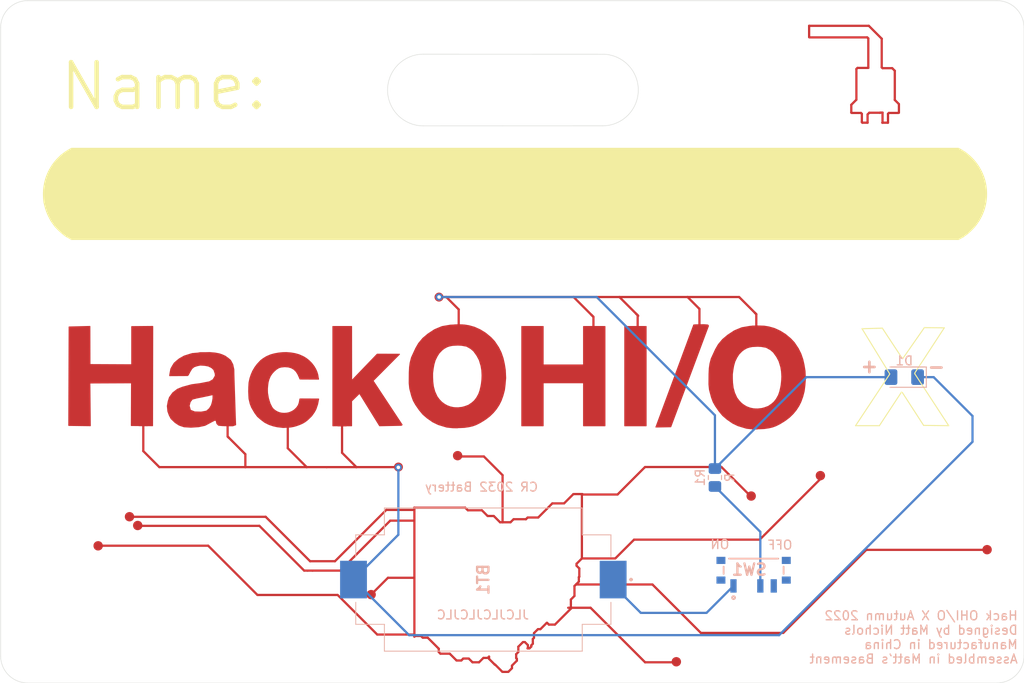
<source format=kicad_pcb>
(kicad_pcb (version 20171130) (host pcbnew "(5.1.10)-1")

  (general
    (thickness 1.6)
    (drawings 284)
    (tracks 227)
    (zones 0)
    (modules 15)
    (nets 5)
  )

  (page A4)
  (layers
    (0 F.Cu signal)
    (31 B.Cu signal)
    (32 B.Adhes user)
    (33 F.Adhes user)
    (34 B.Paste user)
    (35 F.Paste user)
    (36 B.SilkS user)
    (37 F.SilkS user)
    (38 B.Mask user)
    (39 F.Mask user)
    (40 Dwgs.User user)
    (41 Cmts.User user)
    (42 Eco1.User user)
    (43 Eco2.User user)
    (44 Edge.Cuts user)
    (45 Margin user)
    (46 B.CrtYd user)
    (47 F.CrtYd user)
    (48 B.Fab user)
    (49 F.Fab user)
  )

  (setup
    (last_trace_width 0.25)
    (trace_clearance 0.2)
    (zone_clearance 0.508)
    (zone_45_only no)
    (trace_min 0.2)
    (via_size 0.8)
    (via_drill 0.4)
    (via_min_size 0.4)
    (via_min_drill 0.3)
    (uvia_size 0.3)
    (uvia_drill 0.1)
    (uvias_allowed no)
    (uvia_min_size 0.2)
    (uvia_min_drill 0.1)
    (edge_width 0.05)
    (segment_width 0.2)
    (pcb_text_width 0.3)
    (pcb_text_size 1.5 1.5)
    (mod_edge_width 0.12)
    (mod_text_size 1 1)
    (mod_text_width 0.15)
    (pad_size 1 1)
    (pad_drill 0)
    (pad_to_mask_clearance 0)
    (aux_axis_origin 0 0)
    (grid_origin 93.98 58.42)
    (visible_elements FFFFFA7F)
    (pcbplotparams
      (layerselection 0x010fc_ffffffff)
      (usegerberextensions false)
      (usegerberattributes true)
      (usegerberadvancedattributes true)
      (creategerberjobfile true)
      (excludeedgelayer true)
      (linewidth 0.100000)
      (plotframeref false)
      (viasonmask false)
      (mode 1)
      (useauxorigin false)
      (hpglpennumber 1)
      (hpglpenspeed 20)
      (hpglpendiameter 15.000000)
      (psnegative false)
      (psa4output false)
      (plotreference true)
      (plotvalue true)
      (plotinvisibletext false)
      (padsonsilk false)
      (subtractmaskfromsilk false)
      (outputformat 1)
      (mirror false)
      (drillshape 0)
      (scaleselection 1)
      (outputdirectory ""))
  )

  (net 0 "")
  (net 1 "Net-(BT1-Pad1)")
  (net 2 "Net-(BT1-Pad2)")
  (net 3 "Net-(D1-Pad2)")
  (net 4 "Net-(R1-Pad2)")

  (net_class Default "This is the default net class."
    (clearance 0.2)
    (trace_width 0.25)
    (via_dia 0.8)
    (via_drill 0.4)
    (uvia_dia 0.3)
    (uvia_drill 0.1)
    (add_net "Net-(BT1-Pad1)")
    (add_net "Net-(BT1-Pad2)")
    (add_net "Net-(D1-Pad2)")
    (add_net "Net-(R1-Pad2)")
  )

  (module TestPoint:TestPoint_Pad_1.0x1.0mm (layer F.Cu) (tedit 631956D4) (tstamp 6319E8EB)
    (at 160.19 95.27)
    (descr "SMD rectangular pad as test Point, square 1.0mm side length")
    (tags "test point SMD pad rectangle square")
    (path /631A74AD)
    (attr virtual)
    (fp_text reference TP9 (at 0 -1.448) (layer F.SilkS) hide
      (effects (font (size 1 1) (thickness 0.15)))
    )
    (fp_text value TestPoint (at 0 1.55) (layer F.Fab)
      (effects (font (size 1 1) (thickness 0.15)))
    )
    (fp_text user %R (at 0 -1.45) (layer F.Fab)
      (effects (font (size 1 1) (thickness 0.15)))
    )
    (fp_line (start -1 -1) (end 1 -1) (layer F.CrtYd) (width 0.05))
    (fp_line (start -1 -1) (end -1 1) (layer F.CrtYd) (width 0.05))
    (fp_line (start 1 1) (end 1 -1) (layer F.CrtYd) (width 0.05))
    (fp_line (start 1 1) (end -1 1) (layer F.CrtYd) (width 0.05))
    (pad 1 smd rect (at 0 0) (size 1 1) (layers F.Cu F.Mask)
      (net 3 "Net-(D1-Pad2)"))
  )

  (module TestPoint:TestPoint_Pad_1.0x1.0mm (layer F.Cu) (tedit 631956BC) (tstamp 6319E8CF)
    (at 165.13 95.28)
    (descr "SMD rectangular pad as test Point, square 1.0mm side length")
    (tags "test point SMD pad rectangle square")
    (path /631A7029)
    (attr virtual)
    (fp_text reference TP7 (at 0 -1.448) (layer F.SilkS) hide
      (effects (font (size 1 1) (thickness 0.15)))
    )
    (fp_text value TestPoint (at 0 1.55) (layer F.Fab)
      (effects (font (size 1 1) (thickness 0.15)))
    )
    (fp_text user %R (at 0 -1.45) (layer F.Fab)
      (effects (font (size 1 1) (thickness 0.15)))
    )
    (fp_line (start -1 -1) (end 1 -1) (layer F.CrtYd) (width 0.05))
    (fp_line (start -1 -1) (end -1 1) (layer F.CrtYd) (width 0.05))
    (fp_line (start 1 1) (end 1 -1) (layer F.CrtYd) (width 0.05))
    (fp_line (start 1 1) (end -1 1) (layer F.CrtYd) (width 0.05))
    (pad 1 smd rect (at 0 0) (size 1 1) (layers F.Cu F.Mask)
      (net 3 "Net-(D1-Pad2)"))
  )

  (module TestPoint:TestPoint_Pad_1.0x1.0mm (layer F.Cu) (tedit 6319569D) (tstamp 6319E8F9)
    (at 172.03 95.08)
    (descr "SMD rectangular pad as test Point, square 1.0mm side length")
    (tags "test point SMD pad rectangle square")
    (path /631A75F3)
    (attr virtual)
    (fp_text reference TP10 (at 0 -1.448) (layer F.SilkS) hide
      (effects (font (size 1 1) (thickness 0.15)))
    )
    (fp_text value TestPoint (at 0 1.55) (layer F.Fab)
      (effects (font (size 1 1) (thickness 0.15)))
    )
    (fp_text user %R (at 0 -1.45) (layer F.Fab)
      (effects (font (size 1 1) (thickness 0.15)))
    )
    (fp_line (start -1 -1) (end 1 -1) (layer F.CrtYd) (width 0.05))
    (fp_line (start -1 -1) (end -1 1) (layer F.CrtYd) (width 0.05))
    (fp_line (start 1 1) (end 1 -1) (layer F.CrtYd) (width 0.05))
    (fp_line (start 1 1) (end -1 1) (layer F.CrtYd) (width 0.05))
    (pad 1 smd rect (at 0 0) (size 1 1) (layers F.Cu F.Mask)
      (net 3 "Net-(D1-Pad2)"))
  )

  (module TestPoint:TestPoint_Pad_1.0x1.0mm (layer F.Cu) (tedit 63195686) (tstamp 6319E8DD)
    (at 178.38 95.22)
    (descr "SMD rectangular pad as test Point, square 1.0mm side length")
    (tags "test point SMD pad rectangle square")
    (path /631A7368)
    (attr virtual)
    (fp_text reference TP8 (at 0 -1.448) (layer F.SilkS) hide
      (effects (font (size 1 1) (thickness 0.15)))
    )
    (fp_text value TestPoint (at 0 1.55) (layer F.Fab)
      (effects (font (size 1 1) (thickness 0.15)))
    )
    (fp_text user %R (at 0 -1.45) (layer F.Fab)
      (effects (font (size 1 1) (thickness 0.15)))
    )
    (fp_line (start -1 -1) (end 1 -1) (layer F.CrtYd) (width 0.05))
    (fp_line (start -1 -1) (end -1 1) (layer F.CrtYd) (width 0.05))
    (fp_line (start 1 1) (end 1 -1) (layer F.CrtYd) (width 0.05))
    (fp_line (start 1 1) (end -1 1) (layer F.CrtYd) (width 0.05))
    (pad 1 smd rect (at 0 0) (size 1 1) (layers F.Cu F.Mask)
      (net 3 "Net-(D1-Pad2)"))
  )

  (module TestPoint:TestPoint_Pad_1.0x1.0mm (layer F.Cu) (tedit 6319546A) (tstamp 6319E897)
    (at 125.97 105.56)
    (descr "SMD rectangular pad as test Point, square 1.0mm side length")
    (tags "test point SMD pad rectangle square")
    (path /631A6165)
    (attr virtual)
    (fp_text reference TP3 (at 0 -1.448) (layer F.SilkS) hide
      (effects (font (size 1 1) (thickness 0.15)))
    )
    (fp_text value TestPoint (at 0 1.55) (layer F.Fab)
      (effects (font (size 1 1) (thickness 0.15)))
    )
    (fp_text user %R (at 0 -1.45) (layer F.Fab)
      (effects (font (size 1 1) (thickness 0.15)))
    )
    (fp_line (start -1 -1) (end 1 -1) (layer F.CrtYd) (width 0.05))
    (fp_line (start -1 -1) (end -1 1) (layer F.CrtYd) (width 0.05))
    (fp_line (start 1 1) (end 1 -1) (layer F.CrtYd) (width 0.05))
    (fp_line (start 1 1) (end -1 1) (layer F.CrtYd) (width 0.05))
    (pad 1 smd rect (at 0 0) (size 1 1) (layers F.Cu F.Mask)
      (net 2 "Net-(BT1-Pad2)"))
  )

  (module TestPoint:TestPoint_Pad_1.0x1.0mm (layer F.Cu) (tedit 6319544C) (tstamp 6319E8B3)
    (at 119.33 105.39)
    (descr "SMD rectangular pad as test Point, square 1.0mm side length")
    (tags "test point SMD pad rectangle square")
    (path /631A69BF)
    (attr virtual)
    (fp_text reference TP5 (at 0 -1.448) (layer F.SilkS) hide
      (effects (font (size 1 1) (thickness 0.15)))
    )
    (fp_text value TestPoint (at 0 1.55) (layer F.Fab)
      (effects (font (size 1 1) (thickness 0.15)))
    )
    (fp_text user %R (at 0 -1.45) (layer F.Fab)
      (effects (font (size 1 1) (thickness 0.15)))
    )
    (fp_line (start -1 -1) (end 1 -1) (layer F.CrtYd) (width 0.05))
    (fp_line (start -1 -1) (end -1 1) (layer F.CrtYd) (width 0.05))
    (fp_line (start 1 1) (end 1 -1) (layer F.CrtYd) (width 0.05))
    (fp_line (start 1 1) (end -1 1) (layer F.CrtYd) (width 0.05))
    (pad 1 smd rect (at 0 0) (size 1 1) (layers F.Cu F.Mask)
      (net 2 "Net-(BT1-Pad2)"))
  )

  (module TestPoint:TestPoint_Pad_1.0x1.0mm (layer F.Cu) (tedit 6319541E) (tstamp 6319E8A5)
    (at 132.11 105.46)
    (descr "SMD rectangular pad as test Point, square 1.0mm side length")
    (tags "test point SMD pad rectangle square")
    (path /631A66C3)
    (attr virtual)
    (fp_text reference TP4 (at 0 -1.448) (layer F.SilkS) hide
      (effects (font (size 1 1) (thickness 0.15)))
    )
    (fp_text value TestPoint (at 0 1.55) (layer F.Fab)
      (effects (font (size 1 1) (thickness 0.15)))
    )
    (fp_text user %R (at 0 -1.45) (layer F.Fab)
      (effects (font (size 1 1) (thickness 0.15)))
    )
    (fp_line (start -1 -1) (end 1 -1) (layer F.CrtYd) (width 0.05))
    (fp_line (start -1 -1) (end -1 1) (layer F.CrtYd) (width 0.05))
    (fp_line (start 1 1) (end 1 -1) (layer F.CrtYd) (width 0.05))
    (fp_line (start 1 1) (end -1 1) (layer F.CrtYd) (width 0.05))
    (pad 1 smd rect (at 0 0) (size 1 1) (layers F.Cu F.Mask)
      (net 2 "Net-(BT1-Pad2)"))
  )

  (module TestPoint:TestPoint_Pad_1.0x1.0mm (layer F.Cu) (tedit 631953F9) (tstamp 6319E907)
    (at 145.14 95.08)
    (descr "SMD rectangular pad as test Point, square 1.0mm side length")
    (tags "test point SMD pad rectangle square")
    (path /631A7734)
    (attr virtual)
    (fp_text reference TP11 (at 0 -1.448) (layer F.SilkS) hide
      (effects (font (size 1 1) (thickness 0.15)))
    )
    (fp_text value TestPoint (at 0 1.55) (layer F.Fab)
      (effects (font (size 1 1) (thickness 0.15)))
    )
    (fp_text user %R (at 0 -1.45) (layer F.Fab)
      (effects (font (size 1 1) (thickness 0.15)))
    )
    (fp_line (start -1 -1) (end 1 -1) (layer F.CrtYd) (width 0.05))
    (fp_line (start -1 -1) (end -1 1) (layer F.CrtYd) (width 0.05))
    (fp_line (start 1 1) (end 1 -1) (layer F.CrtYd) (width 0.05))
    (fp_line (start 1 1) (end -1 1) (layer F.CrtYd) (width 0.05))
    (pad 1 smd rect (at 0 0) (size 1 1) (layers F.Cu F.Mask)
      (net 3 "Net-(D1-Pad2)"))
  )

  (module TestPoint:TestPoint_Pad_1.0x1.0mm (layer F.Cu) (tedit 631953DC) (tstamp 6319E8C1)
    (at 109.91 105.44)
    (descr "SMD rectangular pad as test Point, square 1.0mm side length")
    (tags "test point SMD pad rectangle square")
    (path /631A6BFD)
    (attr virtual)
    (fp_text reference TP6 (at 0 -1.448) (layer F.SilkS) hide
      (effects (font (size 1 1) (thickness 0.15)))
    )
    (fp_text value TestPoint (at 0 1.55) (layer F.Fab)
      (effects (font (size 1 1) (thickness 0.15)))
    )
    (fp_line (start -1 -1) (end 1 -1) (layer F.CrtYd) (width 0.05))
    (fp_line (start -1 -1) (end -1 1) (layer F.CrtYd) (width 0.05))
    (fp_line (start 1 1) (end 1 -1) (layer F.CrtYd) (width 0.05))
    (fp_line (start 1 1) (end -1 1) (layer F.CrtYd) (width 0.05))
    (pad 1 smd rect (at 0 0) (size 1 1) (layers F.Cu F.Mask)
      (net 2 "Net-(BT1-Pad2)"))
  )

  (module TestPoint:TestPoint_Pad_1.0x1.0mm (layer F.Cu) (tedit 63193AD3) (tstamp 6319B20F)
    (at 138.41 110.51)
    (descr "SMD rectangular pad as test Point, square 1.0mm side length")
    (tags "test point SMD pad rectangle square")
    (path /63199FF1)
    (attr virtual)
    (fp_text reference TP1 (at 0 -1.448) (layer F.SilkS) hide
      (effects (font (size 1 1) (thickness 0.15)))
    )
    (fp_text value TestPoint (at 0 1.55) (layer F.Fab)
      (effects (font (size 1 1) (thickness 0.15)))
    )
    (fp_text user %R (at 0 -1.45) (layer F.Fab)
      (effects (font (size 1 1) (thickness 0.15)))
    )
    (fp_line (start -1 -1) (end 1 -1) (layer F.CrtYd) (width 0.05))
    (fp_line (start -1 -1) (end -1 1) (layer F.CrtYd) (width 0.05))
    (fp_line (start 1 1) (end 1 -1) (layer F.CrtYd) (width 0.05))
    (fp_line (start 1 1) (end -1 1) (layer F.CrtYd) (width 0.05))
    (pad 1 smd circle (at 0 0) (size 1 1) (layers F.Cu F.Mask)
      (net 2 "Net-(BT1-Pad2)"))
  )

  (module TestPoint:TestPoint_Pad_1.0x1.0mm (layer F.Cu) (tedit 63193A8C) (tstamp 6319B21D)
    (at 142.9 91.51)
    (descr "SMD rectangular pad as test Point, square 1.0mm side length")
    (tags "test point SMD pad rectangle square")
    (path /631995FE)
    (attr virtual)
    (fp_text reference TP2 (at 0 -1.448) (layer F.SilkS) hide
      (effects (font (size 1 1) (thickness 0.15)))
    )
    (fp_text value TestPoint (at 0 1.55) (layer F.Fab)
      (effects (font (size 1 1) (thickness 0.15)))
    )
    (fp_line (start 1 1) (end -1 1) (layer F.CrtYd) (width 0.05))
    (fp_line (start 1 1) (end 1 -1) (layer F.CrtYd) (width 0.05))
    (fp_line (start -1 -1) (end -1 1) (layer F.CrtYd) (width 0.05))
    (fp_line (start -1 -1) (end 1 -1) (layer F.CrtYd) (width 0.05))
    (fp_text user %R (at 0 -1.45) (layer F.Fab)
      (effects (font (size 1 1) (thickness 0.15)))
    )
    (pad 1 smd circle (at 0.04 0.02) (size 1 1) (layers F.Cu F.Mask)
      (net 3 "Net-(D1-Pad2)"))
  )

  (module SamacSys_Parts:CR2032BS61 (layer B.Cu) (tedit 0) (tstamp 6319471D)
    (at 147.89 123.08 90)
    (descr CR2032-BS-6-1-2)
    (tags "Undefined or Miscellaneous")
    (path /63192DE7)
    (attr smd)
    (fp_text reference BT1 (at 0 0 90) (layer B.SilkS)
      (effects (font (size 1.27 1.27) (thickness 0.254)) (justify mirror))
    )
    (fp_text value Battery_Cell (at 0 0 90) (layer B.SilkS) hide
      (effects (font (size 1.27 1.27) (thickness 0.254)) (justify mirror))
    )
    (fp_line (start 0 16.6) (end 0 16.6) (layer B.SilkS) (width 0.2))
    (fp_line (start 0 16.4) (end 0 16.4) (layer B.SilkS) (width 0.2))
    (fp_line (start 5 14.25) (end 2.54 14.25) (layer B.SilkS) (width 0.1))
    (fp_line (start 5 11.05) (end 5 14.25) (layer B.SilkS) (width 0.1))
    (fp_line (start 8 11.05) (end 5 11.05) (layer B.SilkS) (width 0.1))
    (fp_line (start 8 -11.05) (end 8 11.05) (layer B.SilkS) (width 0.1))
    (fp_line (start 5 -11.05) (end 8 -11.05) (layer B.SilkS) (width 0.1))
    (fp_line (start 5 -14.25) (end 5 -11.05) (layer B.SilkS) (width 0.1))
    (fp_line (start 2.54 -14.25) (end 5 -14.25) (layer B.SilkS) (width 0.1))
    (fp_line (start -5 -14.25) (end -2.54 -14.25) (layer B.SilkS) (width 0.1))
    (fp_line (start -5 -11.05) (end -5 -14.25) (layer B.SilkS) (width 0.1))
    (fp_line (start -5.08 -11.05) (end -5 -11.05) (layer B.SilkS) (width 0.1))
    (fp_line (start -8 -11.05) (end -5.08 -11.05) (layer B.SilkS) (width 0.1))
    (fp_line (start -8 11.05) (end -8 -11.05) (layer B.SilkS) (width 0.1))
    (fp_line (start -5 11.05) (end -8 11.05) (layer B.SilkS) (width 0.1))
    (fp_line (start -5 14.25) (end -5 11.05) (layer B.SilkS) (width 0.1))
    (fp_line (start -2.54 14.25) (end -5 14.25) (layer B.SilkS) (width 0.1))
    (fp_line (start -8 -11.05) (end -8 11.05) (layer B.Fab) (width 0.2))
    (fp_line (start -5 -11.05) (end -8 -11.05) (layer B.Fab) (width 0.2))
    (fp_line (start -5 -14.25) (end -5 -11.05) (layer B.Fab) (width 0.2))
    (fp_line (start 5 -14.25) (end -5 -14.25) (layer B.Fab) (width 0.2))
    (fp_line (start 5 -11.05) (end 5 -14.25) (layer B.Fab) (width 0.2))
    (fp_line (start 8 -11.05) (end 5 -11.05) (layer B.Fab) (width 0.2))
    (fp_line (start 8 11.05) (end 8 -11.05) (layer B.Fab) (width 0.2))
    (fp_line (start 5 11.05) (end 8 11.05) (layer B.Fab) (width 0.2))
    (fp_line (start 5 14.25) (end 5 11.05) (layer B.Fab) (width 0.2))
    (fp_line (start -5 14.25) (end 5 14.25) (layer B.Fab) (width 0.2))
    (fp_line (start -5 11.05) (end -5 14.25) (layer B.Fab) (width 0.2))
    (fp_line (start -5.08 11.05) (end -5 11.05) (layer B.Fab) (width 0.2))
    (fp_line (start -8 11.05) (end -5.08 11.05) (layer B.Fab) (width 0.2))
    (fp_line (start -9 -17) (end -9 17) (layer B.CrtYd) (width 0.1))
    (fp_line (start 9 -17) (end -9 -17) (layer B.CrtYd) (width 0.1))
    (fp_line (start 9 17) (end 9 -17) (layer B.CrtYd) (width 0.1))
    (fp_line (start -9 17) (end 9 17) (layer B.CrtYd) (width 0.1))
    (fp_text user %R (at 0 0 90) (layer B.Fab)
      (effects (font (size 1.27 1.27) (thickness 0.254)) (justify mirror))
    )
    (fp_arc (start 0 16.5) (end 0 16.4) (angle 180) (layer B.SilkS) (width 0.2))
    (fp_arc (start 0 16.5) (end 0 16.6) (angle 180) (layer B.SilkS) (width 0.2))
    (pad 1 smd rect (at 0 14.5) (size 3 4.2) (layers B.Cu B.Paste B.Mask)
      (net 1 "Net-(BT1-Pad1)"))
    (pad 2 smd rect (at 0 -14.5) (size 3 4.2) (layers B.Cu B.Paste B.Mask)
      (net 2 "Net-(BT1-Pad2)"))
    (model C:\Users\Matt\Documents\KiCad_Library\SamacSys_Parts.3dshapes\CR2032-BS-6-1.stp
      (offset (xyz -2.009999960276081 22.39999928211592 -10.4399994235902))
      (scale (xyz 1 1 1))
      (rotate (xyz 0 0 -90))
    )
  )

  (module LED_SMD:LED_1206_3216Metric_Pad1.42x1.75mm_HandSolder (layer B.Cu) (tedit 5F68FEF1) (tstamp 6319AA83)
    (at 194.91 100.47 180)
    (descr "LED SMD 1206 (3216 Metric), square (rectangular) end terminal, IPC_7351 nominal, (Body size source: http://www.tortai-tech.com/upload/download/2011102023233369053.pdf), generated with kicad-footprint-generator")
    (tags "LED handsolder")
    (path /63193B96)
    (attr smd)
    (fp_text reference D1 (at 0 1.82) (layer B.SilkS)
      (effects (font (size 1 1) (thickness 0.15)) (justify mirror))
    )
    (fp_text value LED (at 0 -1.82) (layer B.Fab)
      (effects (font (size 1 1) (thickness 0.15)) (justify mirror))
    )
    (fp_line (start 2.45 -1.12) (end -2.45 -1.12) (layer B.CrtYd) (width 0.05))
    (fp_line (start 2.45 1.12) (end 2.45 -1.12) (layer B.CrtYd) (width 0.05))
    (fp_line (start -2.45 1.12) (end 2.45 1.12) (layer B.CrtYd) (width 0.05))
    (fp_line (start -2.45 -1.12) (end -2.45 1.12) (layer B.CrtYd) (width 0.05))
    (fp_line (start -2.46 -1.135) (end 1.6 -1.135) (layer B.SilkS) (width 0.12))
    (fp_line (start -2.46 1.135) (end -2.46 -1.135) (layer B.SilkS) (width 0.12))
    (fp_line (start 1.6 1.135) (end -2.46 1.135) (layer B.SilkS) (width 0.12))
    (fp_line (start 1.6 -0.8) (end 1.6 0.8) (layer B.Fab) (width 0.1))
    (fp_line (start -1.6 -0.8) (end 1.6 -0.8) (layer B.Fab) (width 0.1))
    (fp_line (start -1.6 0.4) (end -1.6 -0.8) (layer B.Fab) (width 0.1))
    (fp_line (start -1.2 0.8) (end -1.6 0.4) (layer B.Fab) (width 0.1))
    (fp_line (start 1.6 0.8) (end -1.2 0.8) (layer B.Fab) (width 0.1))
    (fp_text user %R (at 0 0) (layer B.Fab)
      (effects (font (size 0.8 0.8) (thickness 0.12)) (justify mirror))
    )
    (pad 1 smd roundrect (at -1.4875 0 180) (size 1.425 1.75) (layers B.Cu B.Paste B.Mask) (roundrect_rratio 0.1754385964912281)
      (net 2 "Net-(BT1-Pad2)"))
    (pad 2 smd roundrect (at 1.4875 0 180) (size 1.425 1.75) (layers B.Cu B.Paste B.Mask) (roundrect_rratio 0.1754385964912281)
      (net 3 "Net-(D1-Pad2)"))
    (model ${KISYS3DMOD}/LED_SMD.3dshapes/LED_1206_3216Metric.wrl
      (at (xyz 0 0 0))
      (scale (xyz 1 1 1))
      (rotate (xyz 0 0 0))
    )
  )

  (module Resistor_SMD:R_0805_2012Metric_Pad1.20x1.40mm_HandSolder (layer B.Cu) (tedit 5F68FEEE) (tstamp 6319AC13)
    (at 173.76 111.68 270)
    (descr "Resistor SMD 0805 (2012 Metric), square (rectangular) end terminal, IPC_7351 nominal with elongated pad for handsoldering. (Body size source: IPC-SM-782 page 72, https://www.pcb-3d.com/wordpress/wp-content/uploads/ipc-sm-782a_amendment_1_and_2.pdf), generated with kicad-footprint-generator")
    (tags "resistor handsolder")
    (path /631934B9)
    (attr smd)
    (fp_text reference R1 (at 0 1.65 90) (layer B.SilkS)
      (effects (font (size 1 1) (thickness 0.15)) (justify mirror))
    )
    (fp_text value R (at 0 -1.65 90) (layer B.SilkS)
      (effects (font (size 1 1) (thickness 0.15)) (justify mirror))
    )
    (fp_line (start 1.85 -0.95) (end -1.85 -0.95) (layer B.CrtYd) (width 0.05))
    (fp_line (start 1.85 0.95) (end 1.85 -0.95) (layer B.CrtYd) (width 0.05))
    (fp_line (start -1.85 0.95) (end 1.85 0.95) (layer B.CrtYd) (width 0.05))
    (fp_line (start -1.85 -0.95) (end -1.85 0.95) (layer B.CrtYd) (width 0.05))
    (fp_line (start -0.227064 -0.735) (end 0.227064 -0.735) (layer B.SilkS) (width 0.12))
    (fp_line (start -0.227064 0.735) (end 0.227064 0.735) (layer B.SilkS) (width 0.12))
    (fp_line (start 1 -0.625) (end -1 -0.625) (layer B.Fab) (width 0.1))
    (fp_line (start 1 0.625) (end 1 -0.625) (layer B.Fab) (width 0.1))
    (fp_line (start -1 0.625) (end 1 0.625) (layer B.Fab) (width 0.1))
    (fp_line (start -1 -0.625) (end -1 0.625) (layer B.Fab) (width 0.1))
    (fp_text user %R (at 0 0 90) (layer B.Fab)
      (effects (font (size 0.5 0.5) (thickness 0.08)) (justify mirror))
    )
    (pad 1 smd roundrect (at -1 0 270) (size 1.2 1.4) (layers B.Cu B.Paste B.Mask) (roundrect_rratio 0.2083325)
      (net 3 "Net-(D1-Pad2)"))
    (pad 2 smd roundrect (at 1 0 270) (size 1.2 1.4) (layers B.Cu B.Paste B.Mask) (roundrect_rratio 0.2083325)
      (net 4 "Net-(R1-Pad2)"))
    (model ${KISYS3DMOD}/Resistor_SMD.3dshapes/R_0805_2012Metric.wrl
      (at (xyz 0 0 0))
      (scale (xyz 1 1 1))
      (rotate (xyz 0 0 0))
    )
  )

  (module SamacSys_Parts:SSSS811101 (layer B.Cu) (tedit 63193736) (tstamp 6319A6DB)
    (at 178.08 122.04)
    (descr SSSS811101)
    (tags Switch)
    (path /631945E5)
    (fp_text reference SW1 (at -0.48079 -0.07257) (layer B.SilkS)
      (effects (font (size 1.27 1.27) (thickness 0.254)) (justify mirror))
    )
    (fp_text value SW_SPST (at -0.48079 -0.07257) (layer B.SilkS) hide
      (effects (font (size 1.27 1.27) (thickness 0.254)) (justify mirror))
    )
    (fp_line (start -3.35 1.3) (end 3.35 1.3) (layer B.Fab) (width 0.2))
    (fp_line (start 3.35 1.3) (end 3.35 -1.3) (layer B.Fab) (width 0.2))
    (fp_line (start 3.35 -1.3) (end -3.35 -1.3) (layer B.Fab) (width 0.2))
    (fp_line (start -3.35 -1.3) (end -3.35 1.3) (layer B.Fab) (width 0.2))
    (fp_line (start -2.748 -1.3) (end 2.748 -1.3) (layer B.SilkS) (width 0.2))
    (fp_line (start -3.35 0.4) (end -3.35 -0.4) (layer B.SilkS) (width 0.2))
    (fp_line (start 3.35 0.4) (end 3.35 -0.4) (layer B.SilkS) (width 0.2))
    (fp_circle (center -2.238 3.058) (end -2.238 2.99494) (layer B.SilkS) (width 0.2))
    (fp_text user %R (at -0.48079 -0.07257) (layer B.Fab)
      (effects (font (size 1.27 1.27) (thickness 0.254)) (justify mirror))
    )
    (pad 1 smd rect (at -2.25 1.75) (size 0.7 1.5) (layers B.Cu B.Paste B.Mask)
      (net 1 "Net-(BT1-Pad1)"))
    (pad 2 smd rect (at 0.75 1.75) (size 0.7 1.5) (layers B.Cu B.Paste B.Mask)
      (net 4 "Net-(R1-Pad2)"))
    (pad 3 smd rect (at 2.25 1.75) (size 0.7 1.5) (layers B.Cu B.Paste B.Mask))
    (pad 4 smd rect (at -3.65 1.1 270) (size 0.8 1) (layers B.Cu B.Paste B.Mask))
    (pad 5 smd rect (at -3.65 -1.1 270) (size 0.8 1) (layers B.Cu B.Paste B.Mask))
    (pad 6 smd rect (at 3.65 1.1 270) (size 0.8 1) (layers B.Cu B.Paste B.Mask))
    (pad 7 smd rect (at 3.65 -1.1 270) (size 0.8 1) (layers B.Cu B.Paste B.Mask))
  )

  (gr_text JLCJLCJLCJLC (at 147.84 127.02) (layer B.SilkS)
    (effects (font (size 1 1) (thickness 0.15)) (justify mirror))
  )
  (gr_circle (center 204.14 119.76) (end 204.59 119.76) (layer F.Mask) (width 0.15) (tstamp 6319E5F9))
  (gr_poly (pts (xy 204.46 119.41) (xy 204.56 119.64) (xy 204.57 119.87) (xy 204.47 120.09) (xy 204.25 120.17) (xy 203.96 120.19) (xy 203.77 120.06) (xy 203.7 119.82) (xy 203.71 119.57) (xy 203.79 119.45) (xy 203.91 119.37) (xy 204.19 119.32)) (layer F.Mask) (width 0.1) (tstamp 6319E5F8))
  (gr_circle (center 169.45 132.26) (end 169.9 132.26) (layer F.Mask) (width 0.15) (tstamp 6319E5F9))
  (gr_poly (pts (xy 169.77 131.91) (xy 169.87 132.14) (xy 169.88 132.37) (xy 169.78 132.59) (xy 169.56 132.67) (xy 169.27 132.69) (xy 169.08 132.56) (xy 169.01 132.32) (xy 169.02 132.07) (xy 169.1 131.95) (xy 169.22 131.87) (xy 169.5 131.82)) (layer F.Mask) (width 0.1) (tstamp 6319E5F8))
  (gr_circle (center 185.54 111.46) (end 185.99 111.46) (layer F.Mask) (width 0.15) (tstamp 6319E5F9))
  (gr_poly (pts (xy 185.86 111.11) (xy 185.96 111.34) (xy 185.97 111.57) (xy 185.87 111.79) (xy 185.65 111.87) (xy 185.36 111.89) (xy 185.17 111.76) (xy 185.1 111.52) (xy 185.11 111.27) (xy 185.19 111.15) (xy 185.31 111.07) (xy 185.59 111.02)) (layer F.Mask) (width 0.1) (tstamp 6319E5F8))
  (gr_circle (center 177.82 113.75) (end 178.27 113.75) (layer F.Mask) (width 0.15) (tstamp 6319E5F9))
  (gr_poly (pts (xy 178.14 113.4) (xy 178.24 113.63) (xy 178.25 113.86) (xy 178.15 114.08) (xy 177.93 114.16) (xy 177.64 114.18) (xy 177.45 114.05) (xy 177.38 113.81) (xy 177.39 113.56) (xy 177.47 113.44) (xy 177.59 113.36) (xy 177.87 113.31)) (layer F.Mask) (width 0.1) (tstamp 6319E5F8))
  (gr_circle (center 145.01 109.24) (end 145.46 109.24) (layer F.Mask) (width 0.15) (tstamp 6319E5F9))
  (gr_poly (pts (xy 145.33 108.89) (xy 145.43 109.12) (xy 145.44 109.35) (xy 145.34 109.57) (xy 145.12 109.65) (xy 144.83 109.67) (xy 144.64 109.54) (xy 144.57 109.3) (xy 144.58 109.05) (xy 144.66 108.93) (xy 144.78 108.85) (xy 145.06 108.8)) (layer F.Mask) (width 0.1) (tstamp 6319E5F8))
  (gr_circle (center 135.35 124.75) (end 135.8 124.75) (layer F.Mask) (width 0.15) (tstamp 6319E5F9))
  (gr_poly (pts (xy 135.67 124.4) (xy 135.77 124.63) (xy 135.78 124.86) (xy 135.68 125.08) (xy 135.46 125.16) (xy 135.17 125.18) (xy 134.98 125.05) (xy 134.91 124.81) (xy 134.92 124.56) (xy 135 124.44) (xy 135.12 124.36) (xy 135.4 124.31)) (layer F.Mask) (width 0.1) (tstamp 6319E5F8))
  (gr_circle (center 108.38 116.05) (end 108.83 116.05) (layer F.Mask) (width 0.15) (tstamp 6319E5F9))
  (gr_poly (pts (xy 108.7 115.7) (xy 108.8 115.93) (xy 108.81 116.16) (xy 108.71 116.38) (xy 108.49 116.46) (xy 108.2 116.48) (xy 108.01 116.35) (xy 107.94 116.11) (xy 107.95 115.86) (xy 108.03 115.74) (xy 108.15 115.66) (xy 108.43 115.61)) (layer F.Mask) (width 0.1) (tstamp 6319E5F8))
  (gr_circle (center 109.29 117.04) (end 109.74 117.04) (layer F.Mask) (width 0.15) (tstamp 6319E5F9))
  (gr_poly (pts (xy 109.61 116.69) (xy 109.71 116.92) (xy 109.72 117.15) (xy 109.62 117.37) (xy 109.4 117.45) (xy 109.11 117.47) (xy 108.92 117.34) (xy 108.85 117.1) (xy 108.86 116.85) (xy 108.94 116.73) (xy 109.06 116.65) (xy 109.34 116.6)) (layer F.Mask) (width 0.1) (tstamp 6319E5F8))
  (gr_circle (center 104.87 119.3) (end 105.32 119.3) (layer F.Mask) (width 0.15) (tstamp 6319E5F9))
  (gr_poly (pts (xy 105.19 118.95) (xy 105.29 119.18) (xy 105.3 119.41) (xy 105.2 119.63) (xy 104.98 119.71) (xy 104.69 119.73) (xy 104.5 119.6) (xy 104.43 119.36) (xy 104.44 119.11) (xy 104.52 118.99) (xy 104.64 118.91) (xy 104.92 118.86)) (layer F.Mask) (width 0.1) (tstamp 6319E5F8))
  (gr_circle (center 145.02 109.24) (end 145.47 109.24) (layer F.Cu) (width 0.15) (tstamp 6319E5D3))
  (gr_poly (pts (xy 145.34 108.89) (xy 145.44 109.12) (xy 145.45 109.35) (xy 145.35 109.57) (xy 145.13 109.65) (xy 144.84 109.67) (xy 144.65 109.54) (xy 144.58 109.3) (xy 144.59 109.05) (xy 144.67 108.93) (xy 144.79 108.85) (xy 145.07 108.8)) (layer F.Cu) (width 0.1) (tstamp 6319E5D2))
  (gr_circle (center 177.81 113.75) (end 178.26 113.75) (layer F.Cu) (width 0.15) (tstamp 6319E5D3))
  (gr_poly (pts (xy 178.13 113.4) (xy 178.23 113.63) (xy 178.24 113.86) (xy 178.14 114.08) (xy 177.92 114.16) (xy 177.63 114.18) (xy 177.44 114.05) (xy 177.37 113.81) (xy 177.38 113.56) (xy 177.46 113.44) (xy 177.58 113.36) (xy 177.86 113.31)) (layer F.Cu) (width 0.1) (tstamp 6319E5D2))
  (gr_circle (center 185.54 111.47) (end 185.99 111.47) (layer F.Cu) (width 0.15) (tstamp 6319E5D3))
  (gr_poly (pts (xy 185.86 111.12) (xy 185.96 111.35) (xy 185.97 111.58) (xy 185.87 111.8) (xy 185.65 111.88) (xy 185.36 111.9) (xy 185.17 111.77) (xy 185.1 111.53) (xy 185.11 111.28) (xy 185.19 111.16) (xy 185.31 111.08) (xy 185.59 111.03)) (layer F.Cu) (width 0.1) (tstamp 6319E5D2))
  (gr_circle (center 204.16 119.74) (end 204.61 119.74) (layer F.Cu) (width 0.15) (tstamp 6319E5D3))
  (gr_poly (pts (xy 204.48 119.39) (xy 204.58 119.62) (xy 204.59 119.85) (xy 204.49 120.07) (xy 204.27 120.15) (xy 203.98 120.17) (xy 203.79 120.04) (xy 203.72 119.8) (xy 203.73 119.55) (xy 203.81 119.43) (xy 203.93 119.35) (xy 204.21 119.3)) (layer F.Cu) (width 0.1) (tstamp 6319E5D2))
  (gr_circle (center 169.45 132.26) (end 169.9 132.26) (layer F.Cu) (width 0.15) (tstamp 6319E5D3))
  (gr_poly (pts (xy 169.77 131.91) (xy 169.87 132.14) (xy 169.88 132.37) (xy 169.78 132.59) (xy 169.56 132.67) (xy 169.27 132.69) (xy 169.08 132.56) (xy 169.01 132.32) (xy 169.02 132.07) (xy 169.1 131.95) (xy 169.22 131.87) (xy 169.5 131.82)) (layer F.Cu) (width 0.1) (tstamp 6319E5D2))
  (gr_circle (center 135.36 124.76) (end 135.81 124.76) (layer F.Cu) (width 0.15) (tstamp 6319E5D3))
  (gr_poly (pts (xy 135.68 124.41) (xy 135.78 124.64) (xy 135.79 124.87) (xy 135.69 125.09) (xy 135.47 125.17) (xy 135.18 125.19) (xy 134.99 125.06) (xy 134.92 124.82) (xy 134.93 124.57) (xy 135.01 124.45) (xy 135.13 124.37) (xy 135.41 124.32)) (layer F.Cu) (width 0.1) (tstamp 6319E5D2))
  (gr_circle (center 109.29 117.04) (end 109.74 117.04) (layer F.Cu) (width 0.15) (tstamp 6319E5D3))
  (gr_poly (pts (xy 109.61 116.69) (xy 109.71 116.92) (xy 109.72 117.15) (xy 109.62 117.37) (xy 109.4 117.45) (xy 109.11 117.47) (xy 108.92 117.34) (xy 108.85 117.1) (xy 108.86 116.85) (xy 108.94 116.73) (xy 109.06 116.65) (xy 109.34 116.6)) (layer F.Cu) (width 0.1) (tstamp 6319E5D2))
  (gr_circle (center 108.37 116.06) (end 108.82 116.06) (layer F.Cu) (width 0.15) (tstamp 6319E5D3))
  (gr_poly (pts (xy 108.69 115.71) (xy 108.79 115.94) (xy 108.8 116.17) (xy 108.7 116.39) (xy 108.48 116.47) (xy 108.19 116.49) (xy 108 116.36) (xy 107.93 116.12) (xy 107.94 115.87) (xy 108.02 115.75) (xy 108.14 115.67) (xy 108.42 115.62)) (layer F.Cu) (width 0.1) (tstamp 6319E5D2))
  (gr_circle (center 104.87 119.31) (end 105.32 119.31) (layer F.Cu) (width 0.15) (tstamp 6319E5D3))
  (gr_poly (pts (xy 105.19 118.96) (xy 105.29 119.19) (xy 105.3 119.42) (xy 105.2 119.64) (xy 104.98 119.72) (xy 104.69 119.74) (xy 104.5 119.61) (xy 104.43 119.37) (xy 104.44 119.12) (xy 104.52 119) (xy 104.64 118.92) (xy 104.92 118.87)) (layer F.Cu) (width 0.1) (tstamp 6319E5D2))
  (gr_line (start 150.05 111.42) (end 150.03 116.56) (layer F.Mask) (width 0.15))
  (gr_line (start 147.96 109.24) (end 150.05 111.42) (layer F.Mask) (width 0.15))
  (gr_line (start 145.17 109.31) (end 147.96 109.24) (layer F.Mask) (width 0.15))
  (gr_line (start 174.46 110.5) (end 177.74 113.78) (layer F.Mask) (width 0.15))
  (gr_line (start 165.9 110.54) (end 174.46 110.5) (layer F.Mask) (width 0.15))
  (gr_line (start 162.83 113.62) (end 165.9 110.54) (layer F.Mask) (width 0.15))
  (gr_line (start 158.96 113.53) (end 162.83 113.62) (layer F.Mask) (width 0.15))
  (gr_line (start 162.64 120.7) (end 158.84 120.67) (layer F.Mask) (width 0.15))
  (gr_line (start 164.75 118.59) (end 162.64 120.7) (layer F.Mask) (width 0.15))
  (gr_line (start 178.72 118.66) (end 164.75 118.59) (layer F.Mask) (width 0.15))
  (gr_line (start 185.48 111.93) (end 178.72 118.66) (layer F.Mask) (width 0.15))
  (gr_line (start 185.45 111.4) (end 185.48 111.93) (layer F.Mask) (width 0.15))
  (gr_line (start 190.71 119.77) (end 204.17 119.79) (layer F.Mask) (width 0.15))
  (gr_line (start 181.38 129.03) (end 190.71 119.77) (layer F.Mask) (width 0.15))
  (gr_line (start 172.19 129.03) (end 181.38 129.03) (layer F.Mask) (width 0.15))
  (gr_line (start 166.74 123.64) (end 172.19 129.03) (layer F.Mask) (width 0.15))
  (gr_line (start 158.29 123.64) (end 166.74 123.64) (layer F.Mask) (width 0.15))
  (gr_line (start 165.92 132.32) (end 169.33 132.32) (layer F.Mask) (width 0.15))
  (gr_line (start 159.86 126.23) (end 165.92 132.32) (layer F.Mask) (width 0.15))
  (gr_line (start 157.76 126.2) (end 159.86 126.23) (layer F.Mask) (width 0.15))
  (gr_line (start 117.12 119.27) (end 104.79 119.31) (layer F.Mask) (width 0.15))
  (gr_line (start 122.61 124.8) (end 117.12 119.27) (layer F.Mask) (width 0.15))
  (gr_line (start 131.65 124.82) (end 122.61 124.8) (layer F.Mask) (width 0.15))
  (gr_line (start 135.98 129.19) (end 131.65 124.82) (layer F.Mask) (width 0.15))
  (gr_line (start 140.17 129.23) (end 135.98 129.19) (layer F.Mask) (width 0.15))
  (gr_line (start 137.26 122.87) (end 135.27 124.79) (layer F.Mask) (width 0.15))
  (gr_line (start 140.19 122.87) (end 137.26 122.87) (layer F.Mask) (width 0.15))
  (gr_line (start 137.49 116.44) (end 140.15 116.5) (layer F.Mask) (width 0.15))
  (gr_line (start 131.88 122.06) (end 137.49 116.44) (layer F.Mask) (width 0.15))
  (gr_line (start 127.86 122.1) (end 131.88 122.06) (layer F.Mask) (width 0.15))
  (gr_line (start 122.84 117.08) (end 127.86 122.1) (layer F.Mask) (width 0.15))
  (gr_line (start 109.25 117.1) (end 122.84 117.08) (layer F.Mask) (width 0.15))
  (gr_line (start 123.56 116.08) (end 108.33 116.08) (layer F.Mask) (width 0.15))
  (gr_line (start 128.49 121.01) (end 123.56 116.08) (layer F.Mask) (width 0.15))
  (gr_line (start 131.24 121.01) (end 128.49 121.01) (layer F.Mask) (width 0.15))
  (gr_line (start 137.11 115.32) (end 131.24 121.01) (layer F.Mask) (width 0.15))
  (gr_line (start 140.17 115.26) (end 137.11 115.32) (layer F.Mask) (width 0.15))
  (gr_poly (pts (xy 196.26 101.61) (xy 193.23 101.59) (xy 193.23 99.35) (xy 196.24 99.33)) (layer B.Mask) (width 0.1))
  (gr_line (start 184.26 62.52) (end 184.26 61.25) (layer F.Mask) (width 0.12))
  (gr_line (start 190.68 62.49) (end 184.26 62.52) (layer F.Mask) (width 0.12))
  (gr_line (start 190.89 62.66) (end 190.68 62.49) (layer F.Mask) (width 0.12))
  (gr_line (start 190.84 65.91) (end 190.89 62.66) (layer F.Mask) (width 0.12))
  (gr_line (start 189.76 65.91) (end 190.84 65.91) (layer F.Mask) (width 0.12))
  (gr_line (start 189.58 66.03) (end 189.76 65.91) (layer F.Mask) (width 0.12))
  (gr_line (start 189.56 69.47) (end 189.58 66.03) (layer F.Mask) (width 0.12))
  (gr_line (start 188.98 70.06) (end 189.56 69.47) (layer F.Mask) (width 0.12))
  (gr_line (start 188.98 70.95) (end 188.98 70.06) (layer F.Mask) (width 0.12))
  (gr_line (start 190.15 71.03) (end 188.98 70.95) (layer F.Mask) (width 0.12))
  (gr_line (start 190.23 72.05) (end 190.15 71.03) (layer F.Mask) (width 0.12))
  (gr_line (start 190.79 72.03) (end 190.23 72.05) (layer F.Mask) (width 0.12))
  (gr_line (start 190.81 71.15) (end 190.79 72.03) (layer F.Mask) (width 0.12))
  (gr_line (start 191.01 70.95) (end 190.81 71.15) (layer F.Mask) (width 0.12))
  (gr_line (start 192.48 70.96) (end 191.01 70.95) (layer F.Mask) (width 0.12))
  (gr_line (start 192.5 72.04) (end 192.48 70.96) (layer F.Mask) (width 0.12))
  (gr_line (start 193.09 72.04) (end 192.5 72.04) (layer F.Mask) (width 0.12))
  (gr_line (start 193.11 70.96) (end 193.09 72.04) (layer F.Mask) (width 0.12))
  (gr_line (start 194.27 70.93) (end 193.11 70.96) (layer F.Mask) (width 0.12))
  (gr_line (start 194.3 69.98) (end 194.27 70.93) (layer F.Mask) (width 0.12))
  (gr_line (start 193.85 69.47) (end 194.3 69.98) (layer F.Mask) (width 0.12))
  (gr_line (start 193.85 66.31) (end 193.85 69.47) (layer F.Mask) (width 0.12))
  (gr_line (start 193.51 65.95) (end 193.85 66.31) (layer F.Mask) (width 0.12))
  (gr_line (start 192.39 65.92) (end 193.51 65.95) (layer F.Mask) (width 0.12))
  (gr_line (start 192.39 62.72) (end 192.39 65.92) (layer F.Mask) (width 0.12))
  (gr_line (start 190.89 61.19) (end 192.39 62.72) (layer F.Mask) (width 0.12))
  (gr_line (start 184.27 61.24) (end 190.89 61.19) (layer F.Mask) (width 0.12))
  (gr_line (start 140.3 115.08) (end 140.23 115.07) (layer F.Mask) (width 0.15))
  (gr_line (start 140.25 115.06) (end 140.3 115.08) (layer F.Mask) (width 0.15))
  (gr_line (start 140.21 115.07) (end 140.25 115.06) (layer F.Mask) (width 0.15))
  (gr_line (start 140.18 129.39) (end 140.21 115.07) (layer F.Mask) (width 0.15))
  (gr_line (start 140.89 129.38) (end 140.18 129.39) (layer F.Mask) (width 0.15))
  (gr_line (start 141.1 129.57) (end 140.89 129.38) (layer F.Mask) (width 0.15))
  (gr_line (start 141.68 129.58) (end 141.1 129.57) (layer F.Mask) (width 0.15))
  (gr_line (start 142.9 130.76) (end 141.68 129.58) (layer F.Mask) (width 0.15))
  (gr_line (start 142.92 131.16) (end 142.9 130.76) (layer F.Mask) (width 0.15))
  (gr_line (start 143.06 131.33) (end 142.92 131.16) (layer F.Mask) (width 0.15))
  (gr_line (start 144.15 131.36) (end 143.06 131.33) (layer F.Mask) (width 0.15))
  (gr_line (start 144.88 132.11) (end 144.15 131.36) (layer F.Mask) (width 0.15))
  (gr_line (start 145.46 132.11) (end 144.88 132.11) (layer F.Mask) (width 0.15))
  (gr_line (start 145.57 131.92) (end 145.46 132.11) (layer F.Mask) (width 0.15))
  (gr_line (start 146.25 131.91) (end 145.57 131.92) (layer F.Mask) (width 0.15))
  (gr_line (start 146.65 132.3) (end 146.25 131.91) (layer F.Mask) (width 0.15))
  (gr_line (start 147.41 132.31) (end 146.65 132.3) (layer F.Mask) (width 0.15))
  (gr_line (start 147.87 131.85) (end 147.41 132.31) (layer F.Mask) (width 0.15))
  (gr_line (start 148.54 131.67) (end 147.87 131.85) (layer F.Mask) (width 0.15))
  (gr_line (start 148.45 131.86) (end 148.54 131.67) (layer F.Mask) (width 0.15))
  (gr_line (start 150.03 133.38) (end 148.45 131.86) (layer F.Mask) (width 0.15))
  (gr_line (start 150.7 133.36) (end 150.03 133.38) (layer F.Mask) (width 0.15))
  (gr_line (start 151.08 132.98) (end 150.7 133.36) (layer F.Mask) (width 0.15))
  (gr_line (start 151.14 132.65) (end 151.08 132.98) (layer F.Mask) (width 0.15))
  (gr_line (start 151.68 132.08) (end 151.14 132.65) (layer F.Mask) (width 0.15))
  (gr_line (start 151.58 131.83) (end 151.68 132.08) (layer F.Mask) (width 0.15))
  (gr_line (start 151.59 131.37) (end 151.58 131.83) (layer F.Mask) (width 0.15))
  (gr_line (start 151.8 131.16) (end 151.59 131.37) (layer F.Mask) (width 0.15))
  (gr_line (start 151.84 130.54) (end 151.8 131.16) (layer F.Mask) (width 0.15))
  (gr_line (start 152.23 130.13) (end 151.84 130.54) (layer F.Mask) (width 0.15))
  (gr_line (start 152.48 130.06) (end 152.23 130.13) (layer F.Mask) (width 0.15))
  (gr_line (start 152.87 130.39) (end 152.48 130.06) (layer F.Mask) (width 0.15))
  (gr_line (start 152.81 130.77) (end 152.87 130.39) (layer F.Mask) (width 0.15))
  (gr_line (start 153.23 130.6) (end 152.81 130.77) (layer F.Mask) (width 0.15))
  (gr_line (start 153.24 130.43) (end 153.23 130.6) (layer F.Mask) (width 0.15))
  (gr_line (start 153.4 130.23) (end 153.24 130.43) (layer F.Mask) (width 0.15))
  (gr_line (start 153.41 129.72) (end 153.4 130.23) (layer F.Mask) (width 0.15))
  (gr_line (start 153.55 129.58) (end 153.41 129.72) (layer F.Mask) (width 0.15))
  (gr_line (start 153.57 129.05) (end 153.55 129.58) (layer F.Mask) (width 0.15))
  (gr_line (start 153.96 128.63) (end 153.57 129.05) (layer F.Mask) (width 0.15))
  (gr_line (start 154.29 128.59) (end 153.96 128.63) (layer F.Mask) (width 0.15))
  (gr_line (start 154.99 127.92) (end 154.29 128.59) (layer F.Mask) (width 0.15))
  (gr_line (start 155.21 128.1) (end 154.99 127.92) (layer F.Mask) (width 0.15))
  (gr_line (start 155.87 128.1) (end 155.21 128.1) (layer F.Mask) (width 0.15))
  (gr_line (start 157.66 126.33) (end 155.87 128.1) (layer F.Mask) (width 0.15))
  (gr_line (start 157.66 125.32) (end 157.66 126.33) (layer F.Mask) (width 0.15))
  (gr_line (start 158.06 124.9) (end 157.66 125.32) (layer F.Mask) (width 0.15))
  (gr_line (start 158.08 123.76) (end 158.06 124.9) (layer F.Mask) (width 0.15))
  (gr_line (start 158.54 123.34) (end 158.08 123.76) (layer F.Mask) (width 0.15))
  (gr_line (start 158.62 121.85) (end 158.54 123.34) (layer F.Mask) (width 0.15))
  (gr_line (start 158.29 121.52) (end 158.62 121.85) (layer F.Mask) (width 0.15))
  (gr_line (start 158.32 121.27) (end 158.29 121.52) (layer F.Mask) (width 0.15))
  (gr_line (start 158.91 120.69) (end 158.32 121.27) (layer F.Mask) (width 0.15))
  (gr_line (start 158.93 113.5) (end 158.91 120.69) (layer F.Mask) (width 0.15))
  (gr_line (start 157.94 113.52) (end 158.93 113.5) (layer F.Mask) (width 0.15))
  (gr_line (start 156.86 114.57) (end 157.94 113.52) (layer F.Mask) (width 0.15))
  (gr_line (start 155.59 114.55) (end 156.86 114.57) (layer F.Mask) (width 0.15))
  (gr_line (start 153.97 116.15) (end 155.59 114.55) (layer F.Mask) (width 0.15))
  (gr_line (start 152.88 116.12) (end 153.97 116.15) (layer F.Mask) (width 0.15))
  (gr_line (start 152.66 116.33) (end 152.88 116.12) (layer F.Mask) (width 0.15))
  (gr_line (start 151.28 116.34) (end 152.66 116.33) (layer F.Mask) (width 0.15))
  (gr_line (start 150.91 116.68) (end 151.28 116.34) (layer F.Mask) (width 0.15))
  (gr_line (start 149.69 116.63) (end 150.91 116.68) (layer F.Mask) (width 0.15))
  (gr_line (start 149.12 116.02) (end 149.69 116.63) (layer F.Mask) (width 0.15))
  (gr_line (start 148.38 116) (end 149.12 116.02) (layer F.Mask) (width 0.15))
  (gr_line (start 147.64 115.3) (end 148.38 116) (layer F.Mask) (width 0.15))
  (gr_line (start 146.13 115.31) (end 147.64 115.3) (layer F.Mask) (width 0.15))
  (gr_line (start 145.92 115.05) (end 146.13 115.31) (layer F.Mask) (width 0.15))
  (gr_line (start 140.24 115.08) (end 145.92 115.05) (layer F.Mask) (width 0.15))
  (gr_text - (at 198.49 99.29) (layer B.SilkS)
    (effects (font (size 1.5 1.5) (thickness 0.3)) (justify mirror))
  )
  (gr_text + (at 191.01 99.23) (layer B.SilkS)
    (effects (font (size 1.5 1.5) (thickness 0.3)) (justify mirror))
  )
  (gr_text "CR 2032 Battery" (at 147.69 112.74) (layer B.SilkS)
    (effects (font (size 1 1) (thickness 0.15)) (justify mirror))
  )
  (gr_text OFF (at 181.02 119.22) (layer B.SilkS)
    (effects (font (size 1 1) (thickness 0.15)) (justify mirror))
  )
  (gr_text ON (at 174.31 119.16) (layer B.SilkS)
    (effects (font (size 1 1) (thickness 0.15)) (justify mirror))
  )
  (gr_poly (pts (xy 179.252698 94.768058) (xy 179.762698 94.848058) (xy 180.402698 95.028058) (xy 181.052698 95.328058) (xy 181.632698 95.688058) (xy 182.232698 96.188058) (xy 182.632698 96.618058) (xy 183.072698 97.278058) (xy 183.362698 97.858058) (xy 183.582698 98.498058) (xy 183.722698 99.118058) (xy 183.832698 99.798058) (xy 183.872698 100.698058) (xy 183.812698 101.418058) (xy 183.732698 102.048058) (xy 183.572698 102.648058) (xy 183.362698 103.228058) (xy 183.132698 103.688058) (xy 182.832698 104.148058) (xy 182.492698 104.558058) (xy 182.092698 104.948058) (xy 181.622698 105.308058) (xy 181.062698 105.658058) (xy 180.772698 105.808058) (xy 180.522698 105.928058) (xy 180.182698 106.048058) (xy 179.802698 106.138058) (xy 179.272698 106.218058) (xy 178.872698 106.238058) (xy 178.502698 106.248058) (xy 178.472698 104.028058) (xy 178.542698 104.018058) (xy 178.992698 103.968058) (xy 179.322698 103.878058) (xy 179.722698 103.728058) (xy 180.102698 103.468058) (xy 180.362698 103.238058) (xy 180.612698 102.918058) (xy 180.852698 102.488058) (xy 180.992698 102.088058) (xy 181.092698 101.658058) (xy 181.152698 101.338058) (xy 181.202698 100.878058) (xy 181.222698 100.408058) (xy 181.192698 99.838058) (xy 181.112698 99.348058) (xy 180.912698 98.688058) (xy 180.652698 98.198058) (xy 180.292698 97.698058) (xy 179.972698 97.418058) (xy 179.492698 97.148058) (xy 178.932698 97.048058) (xy 178.522698 97.028058) (xy 177.932698 97.058058) (xy 177.632698 97.118058) (xy 177.342698 97.208058) (xy 177.032698 97.378058) (xy 176.772698 97.568058) (xy 176.442698 97.908058) (xy 176.212698 98.268058) (xy 175.992698 98.718058) (xy 175.852698 99.208058) (xy 175.772698 99.678058) (xy 175.712698 100.148058) (xy 175.712698 100.628058) (xy 175.732698 101.108058) (xy 175.802698 101.668058) (xy 175.952698 102.218058) (xy 176.202698 102.768058) (xy 176.462698 103.118058) (xy 176.722698 103.388058) (xy 177.002698 103.598058) (xy 177.312698 103.778058) (xy 177.682698 103.918058) (xy 178.062698 103.998058) (xy 178.372698 104.018058) (xy 178.452698 104.008058) (xy 178.492698 106.268058) (xy 177.972698 106.258058) (xy 177.292698 106.188058) (xy 176.332698 105.898058) (xy 175.732698 105.608058) (xy 175.112698 105.178058) (xy 174.622698 104.758058) (xy 174.222698 104.278058) (xy 173.812698 103.688058) (xy 173.552698 103.228058) (xy 173.372698 102.738058) (xy 173.142698 101.878058) (xy 173.082698 101.268058) (xy 173.092698 100.128058) (xy 173.122698 99.488058) (xy 173.192698 98.988058) (xy 173.342698 98.408058) (xy 173.822698 97.368058) (xy 174.142698 96.818058) (xy 174.612698 96.258058) (xy 175.182698 95.778058) (xy 175.932698 95.288058) (xy 176.752698 94.948058) (xy 177.682698 94.788058) (xy 178.552698 94.748058) (xy 178.582698 94.748058)) (layer F.Cu) (width 0.1) (tstamp 63193CB8))
  (gr_poly (pts (xy 172.972698 94.638058) (xy 173.042698 94.748058) (xy 172.992698 94.878058) (xy 168.832698 106.018058) (xy 167.162698 106.048058) (xy 171.39197 94.627901) (xy 172.562698 94.608058)) (layer F.Cu) (width 0.1) (tstamp 63193CA3))
  (gr_poly (pts (xy 126.392698 97.758058) (xy 126.862698 97.838058) (xy 127.292698 97.958058) (xy 127.812698 98.188058) (xy 128.132698 98.388058) (xy 128.442698 98.638058) (xy 128.722698 98.918058) (xy 128.982698 99.258058) (xy 129.172698 99.578058) (xy 129.312698 99.898058) (xy 129.402698 100.198058) (xy 129.489062 100.706058) (xy 129.472698 100.698058) (xy 127.412698 100.688058) (xy 127.182698 100.168058) (xy 126.982698 99.848058) (xy 126.702698 99.578058) (xy 126.422698 99.428058) (xy 126.102698 99.338058) (xy 125.702698 99.308058) (xy 125.322698 99.348058) (xy 125.062698 99.418058) (xy 124.782698 99.588058) (xy 124.502698 99.838058) (xy 124.302698 100.058058) (xy 124.102698 100.348058) (xy 123.942698 100.728058) (xy 123.852698 101.078058) (xy 123.812698 101.388058) (xy 123.782698 101.738058) (xy 123.782698 102.038058) (xy 123.792698 102.258058) (xy 123.892698 102.838058) (xy 123.982698 103.138058) (xy 124.082698 103.448058) (xy 124.192698 103.658058) (xy 124.262698 103.808058) (xy 124.392698 103.988058) (xy 124.562698 104.138058) (xy 124.792698 104.298058) (xy 125.062698 104.418058) (xy 125.352698 104.488058) (xy 125.652698 104.508058) (xy 125.932698 104.488058) (xy 126.212698 104.428058) (xy 126.512698 104.298058) (xy 126.762698 104.148058) (xy 127.037106 103.883469) (xy 127.222698 103.608058) (xy 127.322698 103.328058) (xy 127.372698 103.048058) (xy 127.402698 102.898058) (xy 129.502698 102.908058) (xy 129.382698 103.508058) (xy 129.202698 104.038058) (xy 129.012698 104.388058) (xy 128.722698 104.798058) (xy 128.282698 105.228058) (xy 128.012698 105.438058) (xy 127.722698 105.618058) (xy 127.432698 105.748058) (xy 127.082698 105.878058) (xy 126.752698 105.978058) (xy 126.302698 106.058058) (xy 125.522698 106.098058) (xy 124.862698 106.018058) (xy 124.422698 105.918058) (xy 123.942698 105.758058) (xy 123.482698 105.528058) (xy 123.042698 105.198058) (xy 122.662698 104.868058) (xy 122.352698 104.448058) (xy 122.002698 103.848058) (xy 121.842698 103.438058) (xy 121.712698 102.888058) (xy 121.692698 102.558058) (xy 121.672698 102.068058) (xy 121.682698 101.608058) (xy 121.712698 101.098058) (xy 121.812698 100.618058) (xy 121.952698 100.198058) (xy 122.132698 99.778058) (xy 122.382698 99.358058) (xy 122.622698 99.038058) (xy 123.012698 98.618058) (xy 123.272698 98.418058) (xy 123.672698 98.168058) (xy 124.122698 97.978058) (xy 124.552698 97.858058) (xy 125.062698 97.768058) (xy 125.482698 97.728058) (xy 125.892698 97.718058)) (layer F.Cu) (width 0.1) (tstamp 63193C9E))
  (gr_poly (pts (xy 154.58 99.106058) (xy 159.08 99.106058) (xy 159.08 94.806058) (xy 161.48 94.806058) (xy 161.48 105.906058) (xy 159.08 105.906058) (xy 159.08 101.106058) (xy 154.58 101.106058) (xy 154.58 105.906058) (xy 152.18 105.906058) (xy 152.18 94.806058) (xy 154.58 94.806058)) (layer F.Cu) (width 0.1) (tstamp 63193C8B))
  (gr_poly (pts (xy 133.188122 100.856058) (xy 136.03 97.9) (xy 138.53 97.907869) (xy 135.58 100.875659) (xy 138.822698 105.788058) (xy 138.742698 105.858058) (xy 136.298846 105.906058) (xy 134.05986 102.284182) (xy 133.18 103.1477) (xy 133.18 105.906058) (xy 131.08 105.906058) (xy 131.08 94.806058) (xy 133.172698 94.808058) (xy 133.18 94.806058)) (layer F.Cu) (width 0.1) (tstamp 63193C8A))
  (gr_poly (pts (xy 145.772698 94.638058) (xy 146.282698 94.718058) (xy 146.922698 94.898058) (xy 147.572698 95.198058) (xy 148.152698 95.558058) (xy 148.752698 96.058058) (xy 149.152698 96.488058) (xy 149.592698 97.148058) (xy 149.882698 97.728058) (xy 150.102698 98.368058) (xy 150.242698 98.988058) (xy 150.352698 99.668058) (xy 150.392698 100.568058) (xy 150.332698 101.288058) (xy 150.252698 101.918058) (xy 150.092698 102.518058) (xy 149.882698 103.098058) (xy 149.652698 103.558058) (xy 149.352698 104.018058) (xy 149.012698 104.428058) (xy 148.612698 104.818058) (xy 148.142698 105.178058) (xy 147.582698 105.528058) (xy 147.292698 105.678058) (xy 147.042698 105.798058) (xy 146.702698 105.918058) (xy 146.322698 106.008058) (xy 145.792698 106.088058) (xy 145.392698 106.108058) (xy 145.022698 106.118058) (xy 144.992698 103.898058) (xy 145.062698 103.888058) (xy 145.512698 103.838058) (xy 145.842698 103.748058) (xy 146.242698 103.598058) (xy 146.622698 103.338058) (xy 146.882698 103.108058) (xy 147.132698 102.788058) (xy 147.372698 102.358058) (xy 147.512698 101.958058) (xy 147.612698 101.528058) (xy 147.672698 101.208058) (xy 147.722698 100.748058) (xy 147.742698 100.278058) (xy 147.712698 99.708058) (xy 147.632698 99.218058) (xy 147.432698 98.558058) (xy 147.172698 98.068058) (xy 146.812698 97.568058) (xy 146.492698 97.288058) (xy 146.012698 97.018058) (xy 145.452698 96.918058) (xy 145.042698 96.898058) (xy 144.452698 96.928058) (xy 144.152698 96.988058) (xy 143.862698 97.078058) (xy 143.552698 97.248058) (xy 143.292698 97.438058) (xy 142.962698 97.778058) (xy 142.732698 98.138058) (xy 142.512698 98.588058) (xy 142.372698 99.078058) (xy 142.292698 99.548058) (xy 142.232698 100.018058) (xy 142.232698 100.498058) (xy 142.252698 100.978058) (xy 142.322698 101.538058) (xy 142.472698 102.088058) (xy 142.722698 102.638058) (xy 142.982698 102.988058) (xy 143.242698 103.258058) (xy 143.522698 103.468058) (xy 143.832698 103.648058) (xy 144.202698 103.788058) (xy 144.582698 103.868058) (xy 144.892698 103.888058) (xy 144.972698 103.878058) (xy 145.012698 106.138058) (xy 144.492698 106.128058) (xy 143.812698 106.058058) (xy 142.852698 105.768058) (xy 142.252698 105.478058) (xy 141.632698 105.048058) (xy 141.142698 104.628058) (xy 140.742698 104.148058) (xy 140.332698 103.558058) (xy 140.072698 103.098058) (xy 139.892698 102.608058) (xy 139.662698 101.748058) (xy 139.602698 101.138058) (xy 139.612698 99.998058) (xy 139.642698 99.358058) (xy 139.712698 98.858058) (xy 139.862698 98.278058) (xy 140.342698 97.238058) (xy 140.662698 96.688058) (xy 141.132698 96.128058) (xy 141.702698 95.648058) (xy 142.452698 95.158058) (xy 143.272698 94.818058) (xy 144.202698 94.658058) (xy 145.072698 94.618058) (xy 145.102698 94.618058)) (layer F.Cu) (width 0.1) (tstamp 63193C89))
  (gr_poly (pts (xy 166.08 105.906058) (xy 163.68 105.906058) (xy 163.682698 94.808058) (xy 163.68 94.806058) (xy 166.08 94.806058)) (layer F.Cu) (width 0.1) (tstamp 63193C88))
  (gr_poly (pts (xy 117.91 97.77) (xy 118.4 97.86) (xy 118.72 97.97) (xy 119.07 98.13) (xy 119.4 98.37) (xy 119.66 98.59) (xy 119.91 99.06) (xy 120.03 99.62) (xy 120.04 100.22) (xy 120.21 105.36) (xy 120.23 105.8) (xy 119.91 105.91) (xy 119.35 105.91) (xy 118.72 105.89) (xy 118.31 105.85) (xy 118.12 105.65) (xy 118.04 105.3) (xy 117.86 105.3) (xy 116.8 105.86) (xy 116.11 106.01) (xy 115.23 106.07) (xy 114.46 106.02) (xy 113.92 105.84) (xy 113.46 105.54) (xy 113.01 105.11) (xy 112.81 104.73) (xy 112.65 104.29) (xy 112.59 103.7) (xy 112.69 103.16) (xy 112.83 102.73) (xy 113.2 102.22) (xy 113.72 101.82) (xy 114.29 101.59) (xy 115.32 101.31) (xy 115.8 102.83) (xy 115.39 102.93) (xy 115.15 103.24) (xy 115.04 103.67) (xy 115.18 104.16) (xy 115.65 104.35) (xy 116.37 104.37) (xy 116.97 104.26) (xy 117.29 103.98) (xy 117.51 103.62) (xy 117.62 103.25) (xy 117.69 102.84) (xy 117.69 102.42) (xy 117.35 102.5) (xy 116.51 102.68) (xy 115.8 102.82) (xy 115.33 101.31) (xy 116.24 101.19) (xy 117.28 100.99) (xy 117.7 100.75) (xy 117.95 100.32) (xy 117.94 100.09) (xy 117.79 99.65) (xy 117.54 99.41) (xy 117.17 99.23) (xy 116.77 99.16) (xy 116.28 99.13) (xy 115.94 99.2) (xy 115.58 99.32) (xy 115.34 99.52) (xy 115.13 99.86) (xy 114.95 100.21) (xy 114.87 100.3) (xy 112.85 100.31) (xy 112.89 100.04) (xy 112.98 99.55) (xy 113.15 99.24) (xy 113.36 98.9) (xy 113.62 98.67) (xy 113.94 98.41) (xy 114.48 98.11) (xy 115.08 97.92) (xy 115.38 97.83) (xy 115.99 97.78) (xy 116.26 97.73) (xy 116.84 97.73) (xy 117.33 97.72)) (layer F.Cu) (width 0.1) (tstamp 63193BA2))
  (gr_poly (pts (xy 110.95 105.9) (xy 108.57 105.88) (xy 108.59 101.11) (xy 103.95 101.13) (xy 104 105.9) (xy 101.58 105.87) (xy 101.62 94.86) (xy 103.95 94.8) (xy 103.96 99.06) (xy 108.61 99.08) (xy 108.61 94.82) (xy 110.97 94.8)) (layer F.Cu) (width 0.1) (tstamp 63193B9D))
  (gr_poly (pts (xy 110.95 105.9) (xy 108.57 105.88) (xy 108.59 101.11) (xy 103.95 101.13) (xy 104 105.9) (xy 101.58 105.87) (xy 101.62 94.86) (xy 103.95 94.8) (xy 103.96 99.06) (xy 108.61 99.08) (xy 108.61 94.82) (xy 110.97 94.8)) (layer F.Mask) (width 0.1))
  (gr_text "Hack OHI/O X Autumn 2022\nDesigned by Matt Nichols\nManufactured in China\nAssembled in Matt's Basement" (at 207.67 129.53) (layer B.SilkS)
    (effects (font (size 1 1) (thickness 0.15)) (justify left mirror))
  )
  (gr_line (start 190.19 95.06) (end 193.28 100.1) (layer F.SilkS) (width 0.12) (tstamp 6319390C))
  (gr_line (start 192.46 95) (end 190.19 95.06) (layer F.SilkS) (width 0.12))
  (gr_line (start 193.26 100.17) (end 193.28 100.1) (layer F.SilkS) (width 0.12))
  (gr_line (start 189.47 105.89) (end 193.26 100.17) (layer F.SilkS) (width 0.12))
  (gr_line (start 192.13 105.89) (end 189.47 105.89) (layer F.SilkS) (width 0.12))
  (gr_line (start 194.59 102.15) (end 192.13 105.89) (layer F.SilkS) (width 0.12))
  (gr_line (start 194.7 102.2) (end 194.59 102.15) (layer F.SilkS) (width 0.12))
  (gr_line (start 197.07 105.86) (end 194.7 102.2) (layer F.SilkS) (width 0.12))
  (gr_line (start 199.87 105.89) (end 197.07 105.86) (layer F.SilkS) (width 0.12))
  (gr_line (start 196.08 100.09) (end 199.87 105.89) (layer F.SilkS) (width 0.12))
  (gr_line (start 196.1 99.98) (end 196.08 100.09) (layer F.SilkS) (width 0.12))
  (gr_line (start 199.38 94.96) (end 196.1 99.98) (layer F.SilkS) (width 0.12))
  (gr_line (start 197.15 94.94) (end 199.38 94.96) (layer F.SilkS) (width 0.12))
  (gr_line (start 194.76 98.37) (end 197.15 94.94) (layer F.SilkS) (width 0.12))
  (gr_line (start 194.68 98.37) (end 194.76 98.37) (layer F.SilkS) (width 0.12))
  (gr_line (start 192.46 95) (end 194.68 98.37) (layer F.SilkS) (width 0.12))
  (gr_poly (pts (xy 179.25 94.77) (xy 179.76 94.85) (xy 180.4 95.03) (xy 181.05 95.33) (xy 181.63 95.69) (xy 182.23 96.19) (xy 182.63 96.62) (xy 183.07 97.28) (xy 183.36 97.86) (xy 183.58 98.5) (xy 183.72 99.12) (xy 183.83 99.8) (xy 183.87 100.7) (xy 183.81 101.42) (xy 183.73 102.05) (xy 183.57 102.65) (xy 183.36 103.23) (xy 183.13 103.69) (xy 182.83 104.15) (xy 182.49 104.56) (xy 182.09 104.95) (xy 181.62 105.31) (xy 181.06 105.66) (xy 180.77 105.81) (xy 180.52 105.93) (xy 180.18 106.05) (xy 179.8 106.14) (xy 179.27 106.22) (xy 178.87 106.24) (xy 178.5 106.25) (xy 178.47 104.03) (xy 178.54 104.02) (xy 178.99 103.97) (xy 179.32 103.88) (xy 179.72 103.73) (xy 180.1 103.47) (xy 180.36 103.24) (xy 180.61 102.92) (xy 180.85 102.49) (xy 180.99 102.09) (xy 181.09 101.66) (xy 181.15 101.34) (xy 181.2 100.88) (xy 181.22 100.41) (xy 181.19 99.84) (xy 181.11 99.35) (xy 180.91 98.69) (xy 180.65 98.2) (xy 180.29 97.7) (xy 179.97 97.42) (xy 179.49 97.15) (xy 178.93 97.05) (xy 178.52 97.03) (xy 177.93 97.06) (xy 177.63 97.12) (xy 177.34 97.21) (xy 177.03 97.38) (xy 176.77 97.57) (xy 176.44 97.91) (xy 176.21 98.27) (xy 175.99 98.72) (xy 175.85 99.21) (xy 175.77 99.68) (xy 175.71 100.15) (xy 175.71 100.63) (xy 175.73 101.11) (xy 175.8 101.67) (xy 175.95 102.22) (xy 176.2 102.77) (xy 176.46 103.12) (xy 176.72 103.39) (xy 177 103.6) (xy 177.31 103.78) (xy 177.68 103.92) (xy 178.06 104) (xy 178.37 104.02) (xy 178.45 104.01) (xy 178.49 106.27) (xy 177.97 106.26) (xy 177.29 106.19) (xy 176.33 105.9) (xy 175.73 105.61) (xy 175.11 105.18) (xy 174.62 104.76) (xy 174.22 104.28) (xy 173.81 103.69) (xy 173.55 103.23) (xy 173.37 102.74) (xy 173.14 101.88) (xy 173.08 101.27) (xy 173.09 100.13) (xy 173.12 99.49) (xy 173.19 98.99) (xy 173.34 98.41) (xy 173.82 97.37) (xy 174.14 96.82) (xy 174.61 96.26) (xy 175.18 95.78) (xy 175.93 95.29) (xy 176.75 94.95) (xy 177.68 94.79) (xy 178.55 94.75) (xy 178.58 94.75)) (layer F.Mask) (width 0.1) (tstamp 63193883))
  (gr_poly (pts (xy 172.97 94.64) (xy 173.04 94.75) (xy 172.99 94.88) (xy 168.83 106.02) (xy 167.16 106.05) (xy 171.389272 94.629843) (xy 172.56 94.61)) (layer F.Mask) (width 0.1))
  (gr_poly (pts (xy 166.077302 105.908) (xy 163.677302 105.908) (xy 163.68 94.81) (xy 163.677302 94.808) (xy 166.077302 94.808)) (layer F.Mask) (width 0.1))
  (gr_poly (pts (xy 154.577302 99.108) (xy 159.077302 99.108) (xy 159.077302 94.808) (xy 161.477302 94.808) (xy 161.477302 105.908) (xy 159.077302 105.908) (xy 159.077302 101.108) (xy 154.577302 101.108) (xy 154.577302 105.908) (xy 152.177302 105.908) (xy 152.177302 94.808) (xy 154.577302 94.808)) (layer F.Mask) (width 0.1))
  (gr_poly (pts (xy 145.77 94.64) (xy 146.28 94.72) (xy 146.92 94.9) (xy 147.57 95.2) (xy 148.15 95.56) (xy 148.75 96.06) (xy 149.15 96.49) (xy 149.59 97.15) (xy 149.88 97.73) (xy 150.1 98.37) (xy 150.24 98.99) (xy 150.35 99.67) (xy 150.39 100.57) (xy 150.33 101.29) (xy 150.25 101.92) (xy 150.09 102.52) (xy 149.88 103.1) (xy 149.65 103.56) (xy 149.35 104.02) (xy 149.01 104.43) (xy 148.61 104.82) (xy 148.14 105.18) (xy 147.58 105.53) (xy 147.29 105.68) (xy 147.04 105.8) (xy 146.7 105.92) (xy 146.32 106.01) (xy 145.79 106.09) (xy 145.39 106.11) (xy 145.02 106.12) (xy 144.99 103.9) (xy 145.06 103.89) (xy 145.51 103.84) (xy 145.84 103.75) (xy 146.24 103.6) (xy 146.62 103.34) (xy 146.88 103.11) (xy 147.13 102.79) (xy 147.37 102.36) (xy 147.51 101.96) (xy 147.61 101.53) (xy 147.67 101.21) (xy 147.72 100.75) (xy 147.74 100.28) (xy 147.71 99.71) (xy 147.63 99.22) (xy 147.43 98.56) (xy 147.17 98.07) (xy 146.81 97.57) (xy 146.49 97.29) (xy 146.01 97.02) (xy 145.45 96.92) (xy 145.04 96.9) (xy 144.45 96.93) (xy 144.15 96.99) (xy 143.86 97.08) (xy 143.55 97.25) (xy 143.29 97.44) (xy 142.96 97.78) (xy 142.73 98.14) (xy 142.51 98.59) (xy 142.37 99.08) (xy 142.29 99.55) (xy 142.23 100.02) (xy 142.23 100.5) (xy 142.25 100.98) (xy 142.32 101.54) (xy 142.47 102.09) (xy 142.72 102.64) (xy 142.98 102.99) (xy 143.24 103.26) (xy 143.52 103.47) (xy 143.83 103.65) (xy 144.2 103.79) (xy 144.58 103.87) (xy 144.89 103.89) (xy 144.97 103.88) (xy 145.01 106.14) (xy 144.49 106.13) (xy 143.81 106.06) (xy 142.85 105.77) (xy 142.25 105.48) (xy 141.63 105.05) (xy 141.14 104.63) (xy 140.74 104.15) (xy 140.33 103.56) (xy 140.07 103.1) (xy 139.89 102.61) (xy 139.66 101.75) (xy 139.6 101.14) (xy 139.61 100) (xy 139.64 99.36) (xy 139.71 98.86) (xy 139.86 98.28) (xy 140.34 97.24) (xy 140.66 96.69) (xy 141.13 96.13) (xy 141.7 95.65) (xy 142.45 95.16) (xy 143.27 94.82) (xy 144.2 94.66) (xy 145.07 94.62) (xy 145.1 94.62)) (layer F.Mask) (width 0.1))
  (gr_poly (pts (xy 133.185424 100.858) (xy 136.027302 97.901942) (xy 138.527302 97.909811) (xy 135.577302 100.877601) (xy 138.82 105.79) (xy 138.74 105.86) (xy 136.296148 105.908) (xy 134.057162 102.286124) (xy 133.177302 103.149642) (xy 133.177302 105.908) (xy 131.077302 105.908) (xy 131.077302 94.808) (xy 133.17 94.81) (xy 133.177302 94.808)) (layer F.Mask) (width 0.1))
  (gr_poly (pts (xy 126.39 97.76) (xy 126.86 97.84) (xy 127.29 97.96) (xy 127.81 98.19) (xy 128.13 98.39) (xy 128.44 98.64) (xy 128.72 98.92) (xy 128.98 99.26) (xy 129.17 99.58) (xy 129.31 99.9) (xy 129.4 100.2) (xy 129.486364 100.708) (xy 129.47 100.7) (xy 127.41 100.69) (xy 127.18 100.17) (xy 126.98 99.85) (xy 126.7 99.58) (xy 126.42 99.43) (xy 126.1 99.34) (xy 125.7 99.31) (xy 125.32 99.35) (xy 125.06 99.42) (xy 124.78 99.59) (xy 124.5 99.84) (xy 124.3 100.06) (xy 124.1 100.35) (xy 123.94 100.73) (xy 123.85 101.08) (xy 123.81 101.39) (xy 123.78 101.74) (xy 123.78 102.04) (xy 123.79 102.26) (xy 123.89 102.84) (xy 123.98 103.14) (xy 124.08 103.45) (xy 124.19 103.66) (xy 124.26 103.81) (xy 124.39 103.99) (xy 124.56 104.14) (xy 124.79 104.3) (xy 125.06 104.42) (xy 125.35 104.49) (xy 125.65 104.51) (xy 125.93 104.49) (xy 126.21 104.43) (xy 126.51 104.3) (xy 126.76 104.15) (xy 127.034408 103.885411) (xy 127.22 103.61) (xy 127.32 103.33) (xy 127.37 103.05) (xy 127.4 102.9) (xy 129.5 102.91) (xy 129.38 103.51) (xy 129.2 104.04) (xy 129.01 104.39) (xy 128.72 104.8) (xy 128.28 105.23) (xy 128.01 105.44) (xy 127.72 105.62) (xy 127.43 105.75) (xy 127.08 105.88) (xy 126.75 105.98) (xy 126.3 106.06) (xy 125.52 106.1) (xy 124.86 106.02) (xy 124.42 105.92) (xy 123.94 105.76) (xy 123.48 105.53) (xy 123.04 105.2) (xy 122.66 104.87) (xy 122.35 104.45) (xy 122 103.85) (xy 121.84 103.44) (xy 121.71 102.89) (xy 121.69 102.56) (xy 121.67 102.07) (xy 121.68 101.61) (xy 121.71 101.1) (xy 121.81 100.62) (xy 121.95 100.2) (xy 122.13 99.78) (xy 122.38 99.36) (xy 122.62 99.04) (xy 123.01 98.62) (xy 123.27 98.42) (xy 123.67 98.17) (xy 124.12 97.98) (xy 124.55 97.86) (xy 125.06 97.77) (xy 125.48 97.73) (xy 125.89 97.72)) (layer F.Mask) (width 0.1))
  (gr_poly (pts (xy 117.91 97.77) (xy 118.4 97.86) (xy 118.72 97.97) (xy 119.07 98.13) (xy 119.4 98.37) (xy 119.66 98.59) (xy 119.91 99.06) (xy 120.03 99.62) (xy 120.04 100.22) (xy 120.21 105.36) (xy 120.23 105.8) (xy 119.91 105.91) (xy 119.35 105.91) (xy 118.72 105.89) (xy 118.31 105.85) (xy 118.12 105.65) (xy 118.04 105.3) (xy 117.86 105.3) (xy 116.8 105.86) (xy 116.11 106.01) (xy 115.23 106.07) (xy 114.46 106.02) (xy 113.92 105.84) (xy 113.46 105.54) (xy 113.01 105.11) (xy 112.81 104.73) (xy 112.65 104.29) (xy 112.59 103.7) (xy 112.69 103.16) (xy 112.83 102.73) (xy 113.2 102.22) (xy 113.72 101.82) (xy 114.29 101.59) (xy 115.32 101.31) (xy 115.8 102.83) (xy 115.39 102.93) (xy 115.15 103.24) (xy 115.04 103.67) (xy 115.18 104.16) (xy 115.65 104.35) (xy 116.37 104.37) (xy 116.97 104.26) (xy 117.29 103.98) (xy 117.51 103.62) (xy 117.62 103.25) (xy 117.69 102.84) (xy 117.69 102.42) (xy 117.35 102.5) (xy 116.51 102.68) (xy 115.8 102.82) (xy 115.33 101.31) (xy 116.24 101.19) (xy 117.28 100.99) (xy 117.7 100.75) (xy 117.95 100.32) (xy 117.94 100.09) (xy 117.79 99.65) (xy 117.54 99.41) (xy 117.17 99.23) (xy 116.77 99.16) (xy 116.28 99.13) (xy 115.94 99.2) (xy 115.58 99.32) (xy 115.34 99.52) (xy 115.13 99.86) (xy 114.95 100.21) (xy 114.87 100.3) (xy 112.85 100.31) (xy 112.89 100.04) (xy 112.98 99.55) (xy 113.15 99.24) (xy 113.36 98.9) (xy 113.62 98.67) (xy 113.94 98.41) (xy 114.48 98.11) (xy 115.08 97.92) (xy 115.38 97.83) (xy 115.99 97.78) (xy 116.26 97.73) (xy 116.84 97.73) (xy 117.33 97.72)) (layer F.Mask) (width 0.1))
  (gr_arc (start 193.169302 100.123264) (end 193.259814 100.182184) (angle -33.0626007) (layer F.SilkS) (width 0.002))
  (gr_arc (start 192.399635 95.102223) (end 192.497782 95.042389) (angle -48.78978532) (layer F.SilkS) (width 0.002))
  (gr_arc (start 193.16937 100.123265) (end 193.277302 100.123264) (angle -33.04195136) (layer F.SilkS) (width 0.002))
  (gr_line (start 193.259846 100.064415) (end 192.784094 99.334177) (layer F.SilkS) (width 0.002))
  (gr_line (start 196.636222 101.003498) (end 197.250662 101.958045) (layer F.SilkS) (width 0.002))
  (gr_arc (start 196.281629 100.058385) (end 196.077302 100.058385) (angle -32.13464769) (layer F.SilkS) (width 0.002))
  (gr_line (start 195.451626 97.435419) (end 195.929368 96.70016) (layer F.SilkS) (width 0.002))
  (gr_line (start 192.767556 100.937243) (end 193.259814 100.182184) (layer F.SilkS) (width 0.002))
  (gr_line (start 192.207266 101.787193) (end 192.767556 100.937243) (layer F.SilkS) (width 0.002))
  (gr_line (start 192.127302 105.906236) (end 190.790801 105.907118) (layer F.SilkS) (width 0.002))
  (gr_line (start 197.210406 94.927172) (end 197.521917 94.921633) (layer F.SilkS) (width 0.002))
  (gr_line (start 189.630496 105.633) (end 189.757522 105.439033) (layer F.SilkS) (width 0.002))
  (gr_line (start 191.541997 102.780969) (end 192.207266 101.787193) (layer F.SilkS) (width 0.002))
  (gr_arc (start 194.605629 102.192065) (end 194.620695 102.142101) (angle -71.68918644) (layer F.SilkS) (width 0.002))
  (gr_line (start 190.864347 103.788289) (end 191.541997 102.780969) (layer F.SilkS) (width 0.002))
  (gr_line (start 190.26468 104.681779) (end 190.864347 103.788289) (layer F.SilkS) (width 0.002))
  (gr_line (start 197.250662 101.958045) (end 197.980009 103.062057) (layer F.SilkS) (width 0.002))
  (gr_line (start 189.757522 105.439033) (end 190.26468 104.681779) (layer F.SilkS) (width 0.002))
  (gr_line (start 195.083055 97.963428) (end 195.451626 97.435419) (layer F.SilkS) (width 0.002))
  (gr_line (start 189.4543 105.908) (end 189.630496 105.633) (layer F.SilkS) (width 0.002))
  (gr_line (start 190.790801 105.907118) (end 189.4543 105.908) (layer F.SilkS) (width 0.002))
  (gr_arc (start 197.216167 95.166777) (end 197.210406 94.927172) (angle -19.61632568) (layer F.SilkS) (width 0.002))
  (gr_line (start 197.727772 97.43209) (end 197.095144 98.391406) (layer F.SilkS) (width 0.002))
  (gr_line (start 196.355504 96.039777) (end 196.732212 95.476563) (layer F.SilkS) (width 0.002))
  (gr_line (start 193.327302 104.010088) (end 192.127302 105.906236) (layer F.SilkS) (width 0.002))
  (gr_line (start 193.794107 103.285127) (end 193.327302 104.010088) (layer F.SilkS) (width 0.002))
  (gr_line (start 194.202236 102.679206) (end 193.794107 103.285127) (layer F.SilkS) (width 0.002))
  (gr_line (start 194.562929 102.162065) (end 194.202236 102.679206) (layer F.SilkS) (width 0.002))
  (gr_line (start 195.02944 102.703627) (end 194.677973 102.18415) (layer F.SilkS) (width 0.002))
  (gr_line (start 197.980009 103.062057) (end 199.882716 105.913525) (layer F.SilkS) (width 0.002))
  (gr_arc (start 194.589974 102.243983) (end 194.677973 102.18415) (angle -39.00702848) (layer F.SilkS) (width 0.002))
  (gr_line (start 195.426961 103.30529) (end 195.02944 102.703627) (layer F.SilkS) (width 0.002))
  (gr_line (start 195.881019 104.014132) (end 195.426961 103.30529) (layer F.SilkS) (width 0.002))
  (gr_line (start 199.882716 105.913525) (end 198.465332 105.885763) (layer F.SilkS) (width 0.002))
  (gr_arc (start 196.281397 100.058385) (end 196.108057 99.950644) (angle -31.86338135) (layer F.SilkS) (width 0.002))
  (gr_line (start 197.095144 98.391406) (end 196.562127 99.224126) (layer F.SilkS) (width 0.002))
  (gr_line (start 197.047949 105.858) (end 195.881019 104.014132) (layer F.SilkS) (width 0.002))
  (gr_line (start 199.378242 94.958) (end 197.727772 97.43209) (layer F.SilkS) (width 0.002))
  (gr_line (start 197.521917 94.921633) (end 197.891631 94.921544) (layer F.SilkS) (width 0.002))
  (gr_line (start 195.929368 96.70016) (end 196.355504 96.039777) (layer F.SilkS) (width 0.002))
  (gr_line (start 198.465332 105.885763) (end 197.047949 105.858) (layer F.SilkS) (width 0.002))
  (gr_arc (start 197.182105 95.078013) (end 197.130301 94.943012) (angle -34.27299734) (layer F.SilkS) (width 0.002))
  (gr_line (start 198.309198 94.929429) (end 199.378242 94.958) (layer F.SilkS) (width 0.002))
  (gr_line (start 196.108604 100.167069) (end 196.636222 101.003498) (layer F.SilkS) (width 0.002))
  (gr_line (start 196.562127 99.224126) (end 196.108057 99.950644) (layer F.SilkS) (width 0.002))
  (gr_line (start 197.891631 94.921544) (end 198.309198 94.929429) (layer F.SilkS) (width 0.002))
  (gr_line (start 196.732212 95.476563) (end 197.063272 94.995626) (layer F.SilkS) (width 0.002))
  (gr_line (start 194.790534 98.349764) (end 195.083055 97.963428) (layer F.SilkS) (width 0.002))
  (gr_arc (start 194.711243 98.287828) (end 194.691959 98.386576) (angle -63.05558226) (layer F.SilkS) (width 0.002))
  (gr_arc (start 194.729276 98.195481) (end 194.567646 98.304043) (angle -45.06208548) (layer F.SilkS) (width 0.002))
  (gr_line (start 194.050851 97.525579) (end 194.567646 98.304043) (layer F.SilkS) (width 0.002))
  (gr_line (start 193.394185 96.497915) (end 194.050851 97.525579) (layer F.SilkS) (width 0.002))
  (gr_line (start 192.497782 95.042389) (end 193.394185 96.497915) (layer F.SilkS) (width 0.002))
  (gr_line (start 98.28 58.42) (end 93.98 58.42) (layer Dwgs.User) (width 0.15) (tstamp 631919FB))
  (gr_line (start 93.98 63.22) (end 93.98 58.42) (layer Dwgs.User) (width 0.15))
  (gr_line (start 205.28 58.42) (end 96.98 58.42) (layer Edge.Cuts) (width 0.05) (tstamp 6319175C))
  (gr_line (start 208.28 131.62) (end 208.28 61.42) (layer Edge.Cuts) (width 0.05) (tstamp 63191758))
  (gr_line (start 96.98 134.62) (end 205.28 134.62) (layer Edge.Cuts) (width 0.05) (tstamp 63191753))
  (gr_line (start 93.98 61.42) (end 93.98 131.62) (layer Edge.Cuts) (width 0.05) (tstamp 6319174F))
  (gr_arc (start 205.28 61.42) (end 208.28 61.42) (angle -90) (layer Edge.Cuts) (width 0.05))
  (gr_arc (start 205.28 131.62) (end 205.28 134.62) (angle -90) (layer Edge.Cuts) (width 0.05))
  (gr_arc (start 96.98 131.62) (end 93.98 131.62) (angle -90) (layer Edge.Cuts) (width 0.05))
  (gr_arc (start 96.98 61.42) (end 96.98 58.42) (angle -90) (layer Edge.Cuts) (width 0.05))
  (gr_arc (start 141.2 68.4) (end 141.2 64.395004) (angle -180) (layer Edge.Cuts) (width 0.05))
  (gr_arc (start 161.2 68.4) (end 161.2 72.4) (angle -180) (layer Edge.Cuts) (width 0.05))
  (gr_line (start 161.2 72.4) (end 141.2 72.404996) (layer Edge.Cuts) (width 0.05) (tstamp 631914C6))
  (gr_line (start 141.2 64.395004) (end 161.2 64.4) (layer Edge.Cuts) (width 0.05) (tstamp 631914C1))
  (gr_poly (pts (xy 201.9 75.5) (xy 202.6 76.2) (xy 203.1 76.8) (xy 203.6 77.7) (xy 203.9 78.5) (xy 204 79.1) (xy 204.1 79.8) (xy 204 80.9) (xy 203.8 81.8) (xy 203.3 82.9) (xy 202.7 83.7) (xy 202.1 84.3) (xy 201.5 84.8) (xy 200.959999 85.079999) (xy 101.9 85.079999) (xy 101.2 84.7) (xy 100.1 83.7) (xy 99.6 83) (xy 99.1 81.9) (xy 98.8 80.9) (xy 98.8 79.5) (xy 99.1 78.1) (xy 99.7 77) (xy 100.7 75.7) (xy 101.900001 74.920001) (xy 200.96 74.920001)) (layer F.SilkS) (width 0.1))
  (gr_arc (start 104.44 80) (end 101.900001 74.920001) (angle -126.8698976) (layer F.SilkS) (width 0.12))
  (gr_arc (start 198.42 80) (end 200.959999 85.079999) (angle -126.8698976) (layer F.SilkS) (width 0.12))
  (gr_line (start 200.96 85.08) (end 101.9 85.08) (layer F.SilkS) (width 0.12) (tstamp 631910A1))
  (gr_line (start 101.9 74.92) (end 200.96 74.92) (layer F.SilkS) (width 0.12) (tstamp 6319109F))
  (gr_text Name: (at 112.2 68) (layer F.SilkS)
    (effects (font (size 5 5) (thickness 0.5)))
  )

  (segment (start 140.17 115.06) (end 145.88 115.06) (width 0.25) (layer F.Cu) (net 0))
  (segment (start 145.88 115.06) (end 146.16 115.34) (width 0.25) (layer F.Cu) (net 0))
  (segment (start 146.16 115.34) (end 147.73 115.34) (width 0.25) (layer F.Cu) (net 0))
  (segment (start 147.73 115.34) (end 148.37 115.98) (width 0.25) (layer F.Cu) (net 0))
  (segment (start 148.37 115.98) (end 149.06 115.98) (width 0.25) (layer F.Cu) (net 0))
  (segment (start 149.06 115.98) (end 149.76 116.68) (width 0.25) (layer F.Cu) (net 0))
  (segment (start 150.93 116.68) (end 151.27 116.34) (width 0.25) (layer F.Cu) (net 0))
  (segment (start 151.27 116.34) (end 152.65 116.34) (width 0.25) (layer F.Cu) (net 0))
  (segment (start 152.65 116.34) (end 152.84 116.15) (width 0.25) (layer F.Cu) (net 0))
  (segment (start 152.84 116.15) (end 154.02 116.15) (width 0.25) (layer F.Cu) (net 0))
  (segment (start 154.02 116.15) (end 155.6 114.57) (width 0.25) (layer F.Cu) (net 0))
  (segment (start 155.6 114.57) (end 156.91 114.57) (width 0.25) (layer F.Cu) (net 0))
  (segment (start 156.91 114.57) (end 157.95 113.53) (width 0.25) (layer F.Cu) (net 0))
  (segment (start 157.95 113.53) (end 158.95 113.53) (width 0.25) (layer F.Cu) (net 0))
  (segment (start 158.95 113.53) (end 158.9 113.58) (width 0.25) (layer F.Cu) (net 0))
  (segment (start 158.9 113.58) (end 158.9 120.72) (width 0.25) (layer F.Cu) (net 0))
  (segment (start 158.9 120.72) (end 158.3 121.32) (width 0.25) (layer F.Cu) (net 0))
  (segment (start 158.3 121.32) (end 158.3 121.53) (width 0.25) (layer F.Cu) (net 0))
  (segment (start 158.3 121.53) (end 158.61 121.84) (width 0.25) (layer F.Cu) (net 0))
  (segment (start 158.61 121.84) (end 158.61 122.76) (width 0.25) (layer F.Cu) (net 0))
  (segment (start 158.61 122.76) (end 158.56 122.81) (width 0.25) (layer F.Cu) (net 0))
  (segment (start 158.56 122.81) (end 158.56 123.31) (width 0.25) (layer F.Cu) (net 0))
  (segment (start 158.07 123.8) (end 158.07 124.91) (width 0.25) (layer F.Cu) (net 0))
  (segment (start 158.07 124.91) (end 157.67 125.31) (width 0.25) (layer F.Cu) (net 0))
  (segment (start 157.67 125.31) (end 157.67 126.33) (width 0.25) (layer F.Cu) (net 0))
  (segment (start 157.67 126.33) (end 155.89 128.11) (width 0.25) (layer F.Cu) (net 0))
  (segment (start 155.89 128.11) (end 155.21 128.11) (width 0.25) (layer F.Cu) (net 0))
  (segment (start 155.21 128.11) (end 155.02 127.92) (width 0.25) (layer F.Cu) (net 0))
  (segment (start 155.02 127.92) (end 154.97 127.92) (width 0.25) (layer F.Cu) (net 0))
  (segment (start 154.97 127.92) (end 154.27 128.62) (width 0.25) (layer F.Cu) (net 0))
  (segment (start 154.27 128.62) (end 153.99 128.62) (width 0.25) (layer F.Cu) (net 0))
  (segment (start 153.99 128.62) (end 153.55 129.06) (width 0.25) (layer F.Cu) (net 0))
  (segment (start 153.55 129.06) (end 153.55 129.59) (width 0.25) (layer F.Cu) (net 0))
  (segment (start 153.55 129.59) (end 153.42 129.72) (width 0.25) (layer F.Cu) (net 0))
  (segment (start 153.42 129.72) (end 153.42 130.25) (width 0.25) (layer F.Cu) (net 0))
  (segment (start 153.42 130.25) (end 153.25 130.42) (width 0.25) (layer F.Cu) (net 0))
  (segment (start 153.25 130.42) (end 153.25 130.56) (width 0.25) (layer F.Cu) (net 0))
  (segment (start 153.25 130.56) (end 153.04 130.77) (width 0.25) (layer F.Cu) (net 0))
  (segment (start 153.04 130.77) (end 152.83 130.77) (width 0.25) (layer F.Cu) (net 0))
  (segment (start 152.83 130.77) (end 152.87 130.73) (width 0.25) (layer F.Cu) (net 0))
  (segment (start 152.87 130.73) (end 152.87 130.4) (width 0.25) (layer F.Cu) (net 0))
  (segment (start 152.87 130.4) (end 152.53 130.06) (width 0.25) (layer F.Cu) (net 0))
  (segment (start 152.53 130.06) (end 152.32 130.06) (width 0.25) (layer F.Cu) (net 0))
  (segment (start 152.32 130.06) (end 151.8 130.58) (width 0.25) (layer F.Cu) (net 0))
  (segment (start 151.8 130.58) (end 151.8 131.17) (width 0.25) (layer F.Cu) (net 0))
  (segment (start 151.8 131.17) (end 151.56 131.41) (width 0.25) (layer F.Cu) (net 0))
  (segment (start 151.56 131.41) (end 151.56 131.85) (width 0.25) (layer F.Cu) (net 0))
  (segment (start 151.56 131.85) (end 151.64 131.93) (width 0.25) (layer F.Cu) (net 0))
  (segment (start 151.64 131.93) (end 151.64 132.14) (width 0.25) (layer F.Cu) (net 0))
  (segment (start 151.64 132.14) (end 151.09 132.69) (width 0.25) (layer F.Cu) (net 0))
  (segment (start 151.09 132.69) (end 151.09 132.98) (width 0.25) (layer F.Cu) (net 0))
  (segment (start 151.09 132.98) (end 150.68 133.39) (width 0.25) (layer F.Cu) (net 0))
  (segment (start 150.68 133.39) (end 150.02 133.39) (width 0.25) (layer F.Cu) (net 0))
  (segment (start 150.02 133.39) (end 149.21 132.58) (width 0.25) (layer F.Cu) (net 0))
  (segment (start 149.21 132.58) (end 149.17 132.58) (width 0.25) (layer F.Cu) (net 0))
  (segment (start 149.17 132.58) (end 148.53 131.94) (width 0.25) (layer F.Cu) (net 0))
  (segment (start 148.53 131.94) (end 148.53 131.68) (width 0.25) (layer F.Cu) (net 0))
  (segment (start 148.53 131.68) (end 148.38 131.83) (width 0.25) (layer F.Cu) (net 0))
  (segment (start 148.38 131.83) (end 147.9 131.83) (width 0.25) (layer F.Cu) (net 0))
  (segment (start 147.9 131.83) (end 147.41 132.32) (width 0.25) (layer F.Cu) (net 0))
  (segment (start 147.41 132.32) (end 146.68 132.32) (width 0.25) (layer F.Cu) (net 0))
  (segment (start 146.68 132.32) (end 146.26 131.9) (width 0.25) (layer F.Cu) (net 0))
  (segment (start 146.26 131.9) (end 145.65 131.9) (width 0.25) (layer F.Cu) (net 0))
  (segment (start 145.65 131.9) (end 145.43 132.12) (width 0.25) (layer F.Cu) (net 0))
  (segment (start 145.43 132.12) (end 144.9 132.12) (width 0.25) (layer F.Cu) (net 0))
  (segment (start 144.9 132.12) (end 144.14 131.36) (width 0.25) (layer F.Cu) (net 0))
  (segment (start 144.14 131.36) (end 143.1 131.36) (width 0.25) (layer F.Cu) (net 0))
  (segment (start 143.1 131.36) (end 142.91 131.17) (width 0.25) (layer F.Cu) (net 0))
  (segment (start 142.91 131.17) (end 142.91 130.8) (width 0.25) (layer F.Cu) (net 0))
  (segment (start 142.91 130.8) (end 141.68 129.57) (width 0.25) (layer F.Cu) (net 0))
  (segment (start 141.68 129.57) (end 141.12 129.57) (width 0.25) (layer F.Cu) (net 0))
  (segment (start 141.12 129.57) (end 140.93 129.38) (width 0.25) (layer F.Cu) (net 0))
  (segment (start 140.93 129.38) (end 140.27 129.38) (width 0.25) (layer F.Cu) (net 0))
  (segment (start 140.27 129.38) (end 140.19 129.46) (width 0.25) (layer F.Cu) (net 0))
  (segment (start 140.19 115.08) (end 140.17 115.06) (width 0.25) (layer F.Cu) (net 0))
  (segment (start 191 70.94) (end 192.21 70.94) (width 0.25) (layer F.Cu) (net 0))
  (segment (start 190.81 71.13) (end 191 70.94) (width 0.25) (layer F.Cu) (net 0))
  (segment (start 190.81 72.05) (end 190.81 71.13) (width 0.25) (layer F.Cu) (net 0))
  (segment (start 190.23 72.05) (end 190.81 72.05) (width 0.25) (layer F.Cu) (net 0))
  (segment (start 192.39 62.67) (end 190.95 61.23) (width 0.25) (layer F.Cu) (net 0))
  (segment (start 192.39 65.87) (end 192.39 62.67) (width 0.25) (layer F.Cu) (net 0))
  (segment (start 192.48 65.96) (end 192.39 65.87) (width 0.25) (layer F.Cu) (net 0))
  (segment (start 193.19 70.96) (end 194.27 70.96) (width 0.25) (layer F.Cu) (net 0))
  (segment (start 193.56 65.96) (end 192.48 65.96) (width 0.25) (layer F.Cu) (net 0))
  (segment (start 193.85 66.25) (end 193.56 65.96) (width 0.25) (layer F.Cu) (net 0))
  (segment (start 190.77 62.52) (end 190.89 62.64) (width 0.25) (layer F.Cu) (net 0))
  (segment (start 193.85 69.51) (end 193.85 66.25) (width 0.25) (layer F.Cu) (net 0))
  (segment (start 194.31 69.97) (end 193.85 69.51) (width 0.25) (layer F.Cu) (net 0))
  (segment (start 194.31 70.92) (end 194.31 69.97) (width 0.25) (layer F.Cu) (net 0))
  (segment (start 184.28 61.23) (end 184.28 62.48) (width 0.25) (layer F.Cu) (net 0))
  (segment (start 193.09 71.06) (end 193.19 70.96) (width 0.25) (layer F.Cu) (net 0))
  (segment (start 189.56 69.48) (end 188.99 70.05) (width 0.25) (layer F.Cu) (net 0))
  (segment (start 193.09 72.05) (end 193.09 71.06) (width 0.25) (layer F.Cu) (net 0))
  (segment (start 190.95 61.23) (end 184.28 61.23) (width 0.25) (layer F.Cu) (net 0))
  (segment (start 194.27 70.96) (end 194.31 70.92) (width 0.25) (layer F.Cu) (net 0))
  (segment (start 184.28 62.48) (end 184.32 62.52) (width 0.25) (layer F.Cu) (net 0))
  (segment (start 184.32 62.52) (end 190.77 62.52) (width 0.25) (layer F.Cu) (net 0))
  (segment (start 190.89 62.64) (end 190.89 65.93) (width 0.25) (layer F.Cu) (net 0))
  (segment (start 190.89 65.93) (end 189.68 65.93) (width 0.25) (layer F.Cu) (net 0))
  (segment (start 189.68 65.93) (end 189.56 66.05) (width 0.25) (layer F.Cu) (net 0))
  (segment (start 189.56 66.05) (end 189.56 69.48) (width 0.25) (layer F.Cu) (net 0))
  (segment (start 188.99 70.05) (end 188.99 70.92) (width 0.25) (layer F.Cu) (net 0))
  (segment (start 188.99 70.92) (end 189.03 70.96) (width 0.25) (layer F.Cu) (net 0))
  (segment (start 189.03 70.96) (end 190.07 70.96) (width 0.25) (layer F.Cu) (net 0))
  (segment (start 190.07 70.96) (end 190.17 71.06) (width 0.25) (layer F.Cu) (net 0))
  (segment (start 190.17 71.06) (end 190.17 71.99) (width 0.25) (layer F.Cu) (net 0))
  (segment (start 190.17 71.99) (end 190.23 72.05) (width 0.25) (layer F.Cu) (net 0))
  (segment (start 193.09 72.05) (end 192.46 72.05) (width 0.25) (layer F.Cu) (net 0))
  (segment (start 192.46 72.05) (end 192.48 72.03) (width 0.25) (layer F.Cu) (net 0))
  (segment (start 192.48 72.03) (end 192.48 70.92) (width 0.25) (layer F.Cu) (net 0))
  (segment (start 192.23 70.92) (end 192.21 70.94) (width 0.25) (layer F.Cu) (net 0))
  (segment (start 192.48 70.92) (end 192.23 70.92) (width 0.25) (layer F.Cu) (net 0))
  (segment (start 158.9 113.58) (end 162.88 113.58) (width 0.25) (layer F.Cu) (net 0))
  (segment (start 162.88 113.58) (end 165.95 110.51) (width 0.25) (layer F.Cu) (net 0))
  (segment (start 165.95 110.51) (end 174.49 110.51) (width 0.25) (layer F.Cu) (net 0))
  (segment (start 174.49 110.51) (end 177.77 113.79) (width 0.25) (layer F.Cu) (net 0))
  (segment (start 150.04 116.68) (end 150.04 111.42) (width 0.25) (layer F.Cu) (net 0))
  (segment (start 149.76 116.68) (end 150.04 116.68) (width 0.25) (layer F.Cu) (net 0))
  (segment (start 150.04 116.68) (end 150.93 116.68) (width 0.25) (layer F.Cu) (net 0))
  (segment (start 150.04 111.42) (end 147.95 109.33) (width 0.25) (layer F.Cu) (net 0))
  (segment (start 147.95 109.33) (end 145.21 109.33) (width 0.25) (layer F.Cu) (net 0))
  (segment (start 140.19 115.3) (end 137.05 115.3) (width 0.25) (layer F.Cu) (net 0))
  (segment (start 140.19 115.3) (end 140.19 115.08) (width 0.25) (layer F.Cu) (net 0))
  (segment (start 137.05 115.3) (end 131.32 121.03) (width 0.25) (layer F.Cu) (net 0))
  (segment (start 131.32 121.03) (end 128.54 121.03) (width 0.25) (layer F.Cu) (net 0))
  (segment (start 128.54 121.03) (end 123.58 116.07) (width 0.25) (layer F.Cu) (net 0))
  (segment (start 123.58 116.07) (end 108.35 116.07) (width 0.25) (layer F.Cu) (net 0))
  (segment (start 140.19 129.22) (end 136.04 129.22) (width 0.25) (layer F.Cu) (net 0))
  (segment (start 140.19 129.46) (end 140.19 129.22) (width 0.25) (layer F.Cu) (net 0))
  (segment (start 136.04 129.22) (end 131.62 124.8) (width 0.25) (layer F.Cu) (net 0))
  (segment (start 131.62 124.8) (end 122.66 124.8) (width 0.25) (layer F.Cu) (net 0))
  (segment (start 122.66 124.8) (end 117.16 119.3) (width 0.25) (layer F.Cu) (net 0))
  (segment (start 117.16 119.3) (end 104.83 119.3) (width 0.25) (layer F.Cu) (net 0))
  (segment (start 158.9 120.72) (end 162.63 120.72) (width 0.25) (layer F.Cu) (net 0))
  (segment (start 162.63 120.72) (end 164.73 118.62) (width 0.25) (layer F.Cu) (net 0))
  (segment (start 164.73 118.62) (end 178.76 118.62) (width 0.25) (layer F.Cu) (net 0))
  (segment (start 178.76 118.62) (end 185.47 111.91) (width 0.25) (layer F.Cu) (net 0))
  (segment (start 185.47 111.91) (end 185.47 111.39) (width 0.25) (layer F.Cu) (net 0))
  (segment (start 157.37 126.23) (end 159.87 126.23) (width 0.25) (layer F.Cu) (net 0))
  (segment (start 159.87 126.23) (end 165.96 132.32) (width 0.25) (layer F.Cu) (net 0))
  (segment (start 165.96 132.32) (end 169.43 132.32) (width 0.25) (layer F.Cu) (net 0))
  (segment (start 140.19 116.5) (end 137.49 116.5) (width 0.25) (layer F.Cu) (net 0))
  (segment (start 140.19 116.5) (end 140.19 115.3) (width 0.25) (layer F.Cu) (net 0))
  (segment (start 137.49 116.5) (end 131.91 122.08) (width 0.25) (layer F.Cu) (net 0))
  (segment (start 131.91 122.08) (end 128.81 122.08) (width 0.25) (layer F.Cu) (net 0))
  (segment (start 128.81 122.08) (end 128.26 122.08) (width 0.25) (layer F.Cu) (net 0))
  (segment (start 128.26 122.08) (end 127.88 122.08) (width 0.25) (layer F.Cu) (net 0))
  (segment (start 127.88 122.08) (end 122.88 117.08) (width 0.25) (layer F.Cu) (net 0))
  (segment (start 122.88 117.08) (end 109.24 117.08) (width 0.25) (layer F.Cu) (net 0))
  (segment (start 140.19 122.88) (end 137.24 122.88) (width 0.25) (layer F.Cu) (net 0))
  (segment (start 140.19 129.22) (end 140.19 122.88) (width 0.25) (layer F.Cu) (net 0))
  (segment (start 140.19 122.88) (end 140.19 116.5) (width 0.25) (layer F.Cu) (net 0))
  (segment (start 137.24 122.88) (end 135.3 124.82) (width 0.25) (layer F.Cu) (net 0))
  (segment (start 158.24 123.63) (end 166.78 123.63) (width 0.25) (layer F.Cu) (net 0))
  (segment (start 158.56 123.31) (end 158.24 123.63) (width 0.25) (layer F.Cu) (net 0))
  (segment (start 158.24 123.63) (end 158.07 123.8) (width 0.25) (layer F.Cu) (net 0))
  (segment (start 166.78 123.63) (end 172.19 129.04) (width 0.25) (layer F.Cu) (net 0))
  (segment (start 172.19 129.04) (end 181.39 129.04) (width 0.25) (layer F.Cu) (net 0))
  (segment (start 181.39 129.04) (end 190.67 119.76) (width 0.25) (layer F.Cu) (net 0))
  (segment (start 190.67 119.76) (end 204.13 119.76) (width 0.25) (layer F.Cu) (net 0))
  (segment (start 162.39 123.08) (end 162.39 123.71) (width 0.25) (layer B.Cu) (net 1))
  (segment (start 162.39 123.71) (end 165.48 126.8) (width 0.25) (layer B.Cu) (net 1))
  (segment (start 172.82 126.8) (end 175.83 123.79) (width 0.25) (layer B.Cu) (net 1))
  (segment (start 165.48 126.8) (end 172.82 126.8) (width 0.25) (layer B.Cu) (net 1))
  (segment (start 121.31 109.08) (end 121.31 110.52) (width 0.25) (layer F.Cu) (net 2))
  (segment (start 132.11 108.92) (end 133.71 110.52) (width 0.25) (layer F.Cu) (net 2))
  (segment (start 133.71 110.52) (end 138.39 110.52) (width 0.25) (layer F.Cu) (net 2))
  (segment (start 130.39 110.52) (end 133.71 110.52) (width 0.25) (layer F.Cu) (net 2))
  (segment (start 138.39 110.52) (end 138.39 110.52) (width 0.25) (layer F.Cu) (net 2) (tstamp 63193DF5))
  (segment (start 126.05 108.41) (end 128.16 110.52) (width 0.25) (layer F.Cu) (net 2))
  (segment (start 126.05 105.47) (end 126.05 108.41) (width 0.25) (layer F.Cu) (net 2))
  (segment (start 128.16 110.52) (end 130.39 110.52) (width 0.25) (layer F.Cu) (net 2))
  (segment (start 121.31 110.52) (end 128.16 110.52) (width 0.25) (layer F.Cu) (net 2))
  (segment (start 171.97 92.79) (end 170.7 91.52) (width 0.25) (layer F.Cu) (net 3))
  (segment (start 176.46 91.52) (end 170.7 91.52) (width 0.25) (layer F.Cu) (net 3))
  (segment (start 170.7 91.52) (end 163.09 91.52) (width 0.25) (layer F.Cu) (net 3))
  (segment (start 163.09 91.52) (end 157.97 91.52) (width 0.25) (layer F.Cu) (net 3))
  (segment (start 145.1 92.87) (end 143.75 91.52) (width 0.25) (layer F.Cu) (net 3))
  (segment (start 143.75 91.52) (end 142.95 91.52) (width 0.25) (layer F.Cu) (net 3))
  (segment (start 157.97 91.52) (end 143.75 91.52) (width 0.25) (layer F.Cu) (net 3))
  (segment (start 138.39 110.52) (end 138.39 110.52) (width 0.25) (layer F.Cu) (net 2) (tstamp 6319ACC2))
  (via (at 138.4 110.55) (size 0.8) (drill 0.4) (layers F.Cu B.Cu) (net 2))
  (segment (start 138.39 110.54) (end 138.4 110.55) (width 0.25) (layer F.Cu) (net 2))
  (segment (start 138.39 110.52) (end 138.39 110.54) (width 0.25) (layer F.Cu) (net 2))
  (segment (start 138.4 110.55) (end 138.5 110.45) (width 0.25) (layer B.Cu) (net 2))
  (segment (start 139.6 129.29) (end 133.39 123.08) (width 0.25) (layer B.Cu) (net 2))
  (segment (start 138.4 118.07) (end 133.39 123.08) (width 0.25) (layer B.Cu) (net 2))
  (segment (start 138.4 110.55) (end 138.4 118.07) (width 0.25) (layer B.Cu) (net 2))
  (segment (start 196.3975 100.47) (end 198.19 100.47) (width 0.25) (layer B.Cu) (net 2))
  (segment (start 198.19 100.47) (end 202.53 104.81) (width 0.25) (layer B.Cu) (net 2))
  (segment (start 202.53 104.81) (end 202.53 107.69) (width 0.25) (layer B.Cu) (net 2))
  (segment (start 180.93 129.29) (end 139.6 129.29) (width 0.25) (layer B.Cu) (net 2))
  (segment (start 202.53 107.69) (end 180.93 129.29) (width 0.25) (layer B.Cu) (net 2))
  (segment (start 111.7 110.52) (end 121.31 110.52) (width 0.25) (layer F.Cu) (net 2))
  (segment (start 109.91 108.73) (end 111.7 110.52) (width 0.25) (layer F.Cu) (net 2))
  (segment (start 109.91 105.44) (end 109.91 108.73) (width 0.25) (layer F.Cu) (net 2))
  (segment (start 132.11 105.46) (end 132.11 108.92) (width 0.25) (layer F.Cu) (net 2))
  (segment (start 119.33 107.1) (end 119.475 107.245) (width 0.25) (layer F.Cu) (net 2))
  (segment (start 119.33 105.39) (end 119.33 107.1) (width 0.25) (layer F.Cu) (net 2))
  (segment (start 119.475 107.245) (end 121.31 109.08) (width 0.25) (layer F.Cu) (net 2))
  (segment (start 119.38 107.15) (end 119.475 107.245) (width 0.25) (layer F.Cu) (net 2))
  (via (at 142.95 91.52) (size 0.8) (drill 0.4) (layers F.Cu B.Cu) (net 3))
  (segment (start 142.94 91.51) (end 142.95 91.52) (width 0.25) (layer F.Cu) (net 3))
  (segment (start 142.9 91.51) (end 142.94 91.51) (width 0.25) (layer F.Cu) (net 3))
  (segment (start 142.95 91.52) (end 160.55 91.52) (width 0.25) (layer B.Cu) (net 3))
  (segment (start 173.76 104.73) (end 173.76 110.68) (width 0.25) (layer B.Cu) (net 3))
  (segment (start 160.55 91.52) (end 173.76 104.73) (width 0.25) (layer B.Cu) (net 3))
  (segment (start 183.97 100.47) (end 173.76 110.68) (width 0.25) (layer B.Cu) (net 3))
  (segment (start 193.4225 100.47) (end 183.97 100.47) (width 0.25) (layer B.Cu) (net 3))
  (segment (start 145.14 92.91) (end 145.1 92.87) (width 0.25) (layer F.Cu) (net 3))
  (segment (start 145.14 95.08) (end 145.14 92.91) (width 0.25) (layer F.Cu) (net 3))
  (segment (start 172.03 92.85) (end 171.97 92.79) (width 0.25) (layer F.Cu) (net 3))
  (segment (start 172.03 95.08) (end 172.03 92.85) (width 0.25) (layer F.Cu) (net 3))
  (segment (start 178.38 93.44) (end 178.23 93.29) (width 0.25) (layer F.Cu) (net 3))
  (segment (start 178.38 95.22) (end 178.38 93.44) (width 0.25) (layer F.Cu) (net 3))
  (segment (start 178.23 93.29) (end 176.46 91.52) (width 0.25) (layer F.Cu) (net 3))
  (segment (start 178.34 93.4) (end 178.23 93.29) (width 0.25) (layer F.Cu) (net 3))
  (segment (start 165.13 95.28) (end 165.13 93.56) (width 0.25) (layer F.Cu) (net 3))
  (segment (start 165.13 93.56) (end 164.955 93.385) (width 0.25) (layer F.Cu) (net 3))
  (segment (start 164.955 93.385) (end 163.09 91.52) (width 0.25) (layer F.Cu) (net 3))
  (segment (start 165.19 93.62) (end 164.955 93.385) (width 0.25) (layer F.Cu) (net 3))
  (segment (start 160.19 93.74) (end 159.97 93.52) (width 0.25) (layer F.Cu) (net 3))
  (segment (start 160.19 95.27) (end 160.19 93.74) (width 0.25) (layer F.Cu) (net 3))
  (segment (start 159.97 93.52) (end 157.97 91.52) (width 0.25) (layer F.Cu) (net 3))
  (segment (start 160.16 93.71) (end 159.97 93.52) (width 0.25) (layer F.Cu) (net 3))
  (segment (start 178.83 117.75) (end 173.76 112.68) (width 0.25) (layer B.Cu) (net 4))
  (segment (start 178.83 123.79) (end 178.83 117.75) (width 0.25) (layer B.Cu) (net 4))

  (zone (net 0) (net_name "") (layer F.Mask) (tstamp 6319F816) (hatch edge 0.508)
    (connect_pads (clearance 0.508))
    (min_thickness 0.254)
    (fill yes (arc_segments 32) (thermal_gap 0.508) (thermal_bridge_width 0.508))
    (polygon
      (pts
        (xy 199.27 95.02) (xy 195.98 100.05) (xy 199.76 105.83) (xy 197.1 105.8) (xy 194.73 102.14)
        (xy 194.55 102.07) (xy 192.1 105.83) (xy 189.58 105.83) (xy 193.32 100.19) (xy 193.35 100.09)
        (xy 190.3 95.12) (xy 192.42 95.06) (xy 194.65 98.45) (xy 194.8 98.45) (xy 197.18 95)
      )
    )
    (filled_polygon
      (pts
        (xy 199.036635 95.144772) (xy 195.873716 99.980482) (xy 195.862196 100.002553) (xy 195.855203 100.026447) (xy 195.853006 100.051246)
        (xy 195.855689 100.075998) (xy 195.86315 100.09975) (xy 195.873711 100.119511) (xy 199.523447 105.700324) (xy 197.169566 105.673776)
        (xy 194.836602 102.070971) (xy 194.821087 102.0515) (xy 194.802071 102.035431) (xy 194.776031 102.021635) (xy 194.596031 101.951635)
        (xy 194.572054 101.94493) (xy 194.547231 101.94303) (xy 194.522513 101.94601) (xy 194.498852 101.953755) (xy 194.477157 101.965967)
        (xy 194.458261 101.982177) (xy 194.443595 102.000667) (xy 192.031171 105.703) (xy 189.816602 105.703) (xy 193.425843 100.260187)
        (xy 193.441644 100.226493) (xy 193.471644 100.126493) (xy 193.476426 100.10206) (xy 193.47635 100.077164) (xy 193.471418 100.052761)
        (xy 193.458243 100.023573) (xy 190.523102 95.240736) (xy 192.352812 95.188952) (xy 194.543898 98.519796) (xy 194.559553 98.539154)
        (xy 194.578684 98.555086) (xy 194.600556 98.56698) (xy 194.624328 98.574378) (xy 194.65 98.577) (xy 194.8 98.577)
        (xy 194.824776 98.57456) (xy 194.848601 98.567333) (xy 194.870557 98.555597) (xy 194.889803 98.539803) (xy 194.904538 98.522116)
        (xy 197.246235 95.127639)
      )
    )
  )
  (zone (net 0) (net_name "") (layer F.Cu) (tstamp 0) (hatch edge 0.508)
    (connect_pads (clearance 0.508))
    (min_thickness 0.254)
    (keepout (tracks not_allowed) (vias not_allowed) (copperpour allowed))
    (fill (arc_segments 32) (thermal_gap 0.508) (thermal_bridge_width 0.508))
    (polygon
      (pts
        (xy 199.27 95.02) (xy 196.04 99.96) (xy 196.02 100.1) (xy 199.76 105.83) (xy 197.1 105.8)
        (xy 194.73 102.14) (xy 194.55 102.07) (xy 192.1 105.83) (xy 189.58 105.83) (xy 193.32 100.19)
        (xy 193.35 100.09) (xy 190.3 95.12) (xy 192.42 95.06) (xy 194.65 98.45) (xy 194.8 98.45)
        (xy 197.18 95)
      )
    )
  )
  (zone (net 0) (net_name "") (layer F.Cu) (tstamp 0) (hatch edge 0.508)
    (connect_pads (clearance 0.508))
    (min_thickness 0.254)
    (keepout (tracks not_allowed) (vias not_allowed) (copperpour not_allowed))
    (fill (arc_segments 32) (thermal_gap 0.508) (thermal_bridge_width 0.508))
    (polygon
      (pts
        (xy 199.27 95.02) (xy 196.04 99.96) (xy 196.02 100.1) (xy 199.76 105.83) (xy 197.11 105.8)
        (xy 194.73 102.15) (xy 194.55 102.07) (xy 192.1 105.83) (xy 189.58 105.83) (xy 193.32 100.19)
        (xy 193.35 100.09) (xy 190.3 95.12) (xy 192.42 95.06) (xy 194.65 98.45) (xy 194.8 98.45)
        (xy 197.18 95)
      )
    )
  )
)

</source>
